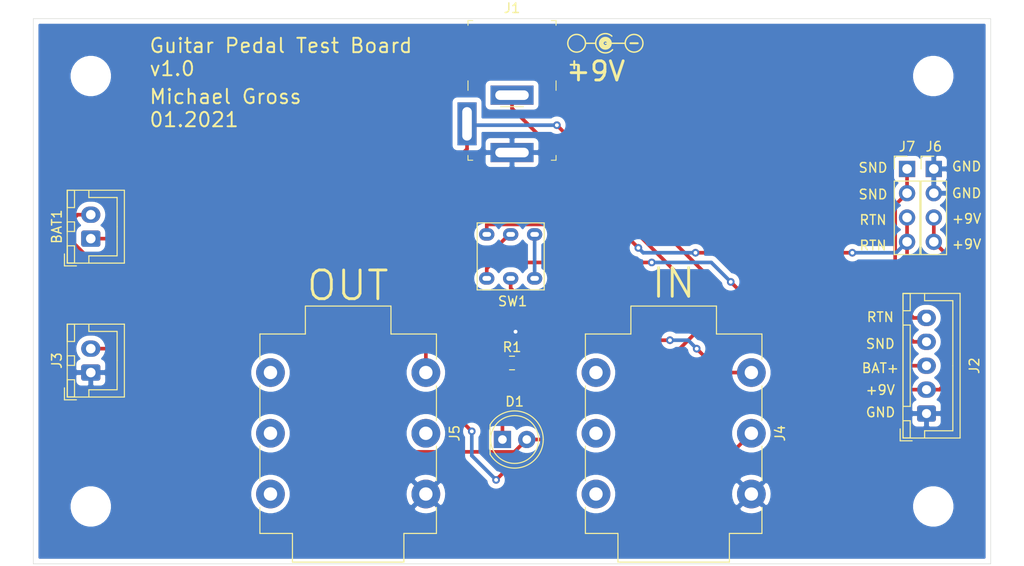
<source format=kicad_pcb>
(kicad_pcb (version 20171130) (host pcbnew "(5.1.5)-3")

  (general
    (thickness 1.6)
    (drawings 24)
    (tracks 98)
    (zones 0)
    (modules 17)
    (nets 18)
  )

  (page A4)
  (layers
    (0 F.Cu signal)
    (31 B.Cu signal)
    (32 B.Adhes user)
    (33 F.Adhes user)
    (34 B.Paste user)
    (35 F.Paste user)
    (36 B.SilkS user)
    (37 F.SilkS user)
    (38 B.Mask user)
    (39 F.Mask user)
    (40 Dwgs.User user)
    (41 Cmts.User user)
    (42 Eco1.User user)
    (43 Eco2.User user)
    (44 Edge.Cuts user)
    (45 Margin user)
    (46 B.CrtYd user)
    (47 F.CrtYd user)
    (48 B.Fab user)
    (49 F.Fab user)
  )

  (setup
    (last_trace_width 0.25)
    (user_trace_width 0.381)
    (trace_clearance 0.2)
    (zone_clearance 0.508)
    (zone_45_only no)
    (trace_min 0.2)
    (via_size 0.8)
    (via_drill 0.4)
    (via_min_size 0.4)
    (via_min_drill 0.3)
    (uvia_size 0.3)
    (uvia_drill 0.1)
    (uvias_allowed no)
    (uvia_min_size 0.2)
    (uvia_min_drill 0.1)
    (edge_width 0.05)
    (segment_width 0.2)
    (pcb_text_width 0.3)
    (pcb_text_size 1.5 1.5)
    (mod_edge_width 0.12)
    (mod_text_size 1 1)
    (mod_text_width 0.15)
    (pad_size 1.524 1.524)
    (pad_drill 0.762)
    (pad_to_mask_clearance 0.051)
    (solder_mask_min_width 0.25)
    (aux_axis_origin 0 0)
    (visible_elements 7FFFFFFF)
    (pcbplotparams
      (layerselection 0x010fc_ffffffff)
      (usegerberextensions false)
      (usegerberattributes false)
      (usegerberadvancedattributes false)
      (creategerberjobfile false)
      (excludeedgelayer true)
      (linewidth 0.100000)
      (plotframeref false)
      (viasonmask false)
      (mode 1)
      (useauxorigin false)
      (hpglpennumber 1)
      (hpglpenspeed 20)
      (hpglpendiameter 15.000000)
      (psnegative false)
      (psa4output false)
      (plotreference true)
      (plotvalue true)
      (plotinvisibletext false)
      (padsonsilk false)
      (subtractmaskfromsilk false)
      (outputformat 1)
      (mirror false)
      (drillshape 0)
      (scaleselection 1)
      (outputdirectory "./Gerber"))
  )

  (net 0 "")
  (net 1 BAT-)
  (net 2 BAT+)
  (net 3 +9V)
  (net 4 GND)
  (net 5 RTN)
  (net 6 SND)
  (net 7 "Net-(D1-Pad1)")
  (net 8 "Net-(J4-PadTN)")
  (net 9 "Net-(J4-PadSN)")
  (net 10 "Net-(J4-PadRN)")
  (net 11 IN)
  (net 12 "Net-(J5-PadTN)")
  (net 13 "Net-(J5-PadSN)")
  (net 14 "Net-(J5-PadRN)")
  (net 15 OUT)
  (net 16 "Net-(J5-PadR)")
  (net 17 "Net-(SW1-Pad3)")

  (net_class Default "This is the default net class."
    (clearance 0.2)
    (trace_width 0.25)
    (via_dia 0.8)
    (via_drill 0.4)
    (uvia_dia 0.3)
    (uvia_drill 0.1)
    (add_net +9V)
    (add_net BAT+)
    (add_net BAT-)
    (add_net GND)
    (add_net IN)
    (add_net "Net-(D1-Pad1)")
    (add_net "Net-(J4-PadRN)")
    (add_net "Net-(J4-PadSN)")
    (add_net "Net-(J4-PadTN)")
    (add_net "Net-(J5-PadR)")
    (add_net "Net-(J5-PadRN)")
    (add_net "Net-(J5-PadSN)")
    (add_net "Net-(J5-PadTN)")
    (add_net "Net-(SW1-Pad3)")
    (add_net OUT)
    (add_net RTN)
    (add_net SND)
  )

  (module Symbol:Symbol_Barrel_Polarity (layer F.Cu) (tedit 5765E9A7) (tstamp 601774D2)
    (at 159.75 95.5)
    (descr "Barrel connector polarity indicator")
    (tags "barrel polarity")
    (attr virtual)
    (fp_text reference REF** (at 0 -2) (layer F.SilkS) hide
      (effects (font (size 1 1) (thickness 0.15)))
    )
    (fp_text value Symbol_Barrel_Polarity (at 0 2) (layer F.Fab)
      (effects (font (size 1 1) (thickness 0.15)))
    )
    (fp_arc (start 0 0.075) (end 0.75 0.75) (angle 270) (layer F.SilkS) (width 0.15))
    (fp_circle (center 0 0.075) (end 0 0.25) (layer F.SilkS) (width 0.5))
    (fp_circle (center 3 0.075) (end 3 1) (layer F.SilkS) (width 0.15))
    (fp_circle (center -3 0.075) (end -3 1) (layer F.SilkS) (width 0.15))
    (fp_line (start -2 0.075) (end -1.1 0.075) (layer F.SilkS) (width 0.15))
    (fp_line (start 0 0.075) (end 2 0.075) (layer F.SilkS) (width 0.15))
  )

  (module digikey-footprints:Barrel_Jack_5.5mmODx2.1mmID_PJ-202A (layer F.Cu) (tedit 601586C9) (tstamp 6004BF7F)
    (at 150 104)
    (path /5F236E6A)
    (fp_text reference J1 (at 0 -12.1) (layer F.SilkS)
      (effects (font (size 1 1) (thickness 0.15)))
    )
    (fp_text value Barrel_Jack_Switch (at 0 5.8) (layer F.Fab)
      (effects (font (size 1 1) (thickness 0.15)))
    )
    (fp_line (start -5.9 4.2) (end 4.8 4.2) (layer F.CrtYd) (width 0.05))
    (fp_line (start 4.8 -11) (end 4.8 4.2) (layer F.CrtYd) (width 0.05))
    (fp_line (start -5.9 -11) (end -5.9 4.2) (layer F.CrtYd) (width 0.05))
    (fp_line (start -5.9 -11) (end 4.8 -11) (layer F.CrtYd) (width 0.05))
    (fp_line (start 4.6 -3.5) (end 4.6 -4.5) (layer F.SilkS) (width 0.1))
    (fp_line (start -4.6 -3.5) (end -4.6 -4.5) (layer F.SilkS) (width 0.1))
    (fp_line (start 4.6 -10.8) (end 4.6 -10.3) (layer F.SilkS) (width 0.1))
    (fp_line (start 4.6 -10.8) (end 4.1 -10.8) (layer F.SilkS) (width 0.1))
    (fp_line (start -4.6 -10.8) (end -4.1 -10.8) (layer F.SilkS) (width 0.1))
    (fp_line (start -4.6 -10.8) (end -4.6 -10.3) (layer F.SilkS) (width 0.1))
    (fp_line (start -1.2 -1.8) (end 1.2 -1.8) (layer F.SilkS) (width 0.1))
    (fp_line (start -4.6 3.8) (end -4.6 3.3) (layer F.SilkS) (width 0.1))
    (fp_line (start -4.6 3.8) (end -4.1 3.8) (layer F.SilkS) (width 0.1))
    (fp_line (start 4.6 3.8) (end 4.6 3.3) (layer F.SilkS) (width 0.1))
    (fp_line (start 4.6 3.8) (end 4.1 3.8) (layer F.SilkS) (width 0.1))
    (fp_line (start -4.5 -10.7) (end 4.5 -10.7) (layer F.Fab) (width 0.1))
    (fp_line (start 4.5 3.7) (end 4.5 -10.7) (layer F.Fab) (width 0.1))
    (fp_line (start -4.5 3.7) (end -4.5 -10.7) (layer F.Fab) (width 0.1))
    (fp_line (start -4.5 3.7) (end 4.5 3.7) (layer F.Fab) (width 0.1))
    (pad 3 thru_hole rect (at -4.7 0) (size 2 4.5) (drill oval 1 3.5) (layers *.Cu *.Mask)
      (net 2 BAT+))
    (pad 1 thru_hole rect (at 0 3) (size 4.5 2) (drill oval 3.5 1) (layers *.Cu *.Mask)
      (net 4 GND))
    (pad 2 thru_hole rect (at 0 -3) (size 4.5 2) (drill oval 3.5 1) (layers *.Cu *.Mask)
      (net 3 +9V))
    (model "C:/Users/gross/OneDrive/Projects/Ressources/User Library-K375A -PCM DC Power Jack 2mm Pin.step"
      (offset (xyz 0 5 0))
      (scale (xyz 1 1 1))
      (rotate (xyz 0 0 0))
    )
  )

  (module "My Components:DPDT Latching Push Switch 7x7" (layer F.Cu) (tedit 600CC747) (tstamp 600D24CF)
    (at 149.86 117.856)
    (path /5F235665)
    (fp_text reference SW1 (at 0.2 4.7) (layer F.SilkS)
      (effects (font (size 1 1) (thickness 0.15)))
    )
    (fp_text value SW_DPDT_x2 (at 0 -4.6) (layer F.Fab)
      (effects (font (size 1 1) (thickness 0.15)))
    )
    (fp_line (start -3.5 -3.5) (end -3.5 3.5) (layer F.SilkS) (width 0.12))
    (fp_line (start 3.5 -3.5) (end -3.5 -3.5) (layer F.SilkS) (width 0.12))
    (fp_line (start 3.5 3.5) (end 3.5 -3.5) (layer F.SilkS) (width 0.12))
    (fp_line (start -3.5 3.5) (end 3.5 3.5) (layer F.SilkS) (width 0.12))
    (pad 6 thru_hole oval (at 2.5 -2.3) (size 1.6 1.3) (drill oval 0.9 0.5) (layers *.Cu *.Mask)
      (net 17 "Net-(SW1-Pad3)"))
    (pad 5 thru_hole oval (at 0 -2.3) (size 1.6 1.3) (drill oval 0.9 0.5) (layers *.Cu *.Mask)
      (net 15 OUT))
    (pad 4 thru_hole oval (at -2.5 -2.3) (size 1.6 1.3) (drill oval 0.9 0.5) (layers *.Cu *.Mask)
      (net 5 RTN))
    (pad 3 thru_hole oval (at 2.5 2.3) (size 1.6 1.3) (drill oval 0.9 0.5) (layers *.Cu *.Mask)
      (net 17 "Net-(SW1-Pad3)"))
    (pad 2 thru_hole oval (at 0 2.3) (size 1.6 1.3) (drill oval 0.9 0.5) (layers *.Cu *.Mask)
      (net 11 IN))
    (pad 1 thru_hole oval (at -2.5 2.3) (size 1.6 1.3) (drill oval 0.9 0.5) (layers *.Cu *.Mask)
      (net 6 SND))
  )

  (module Connector_PinHeader_2.54mm:PinHeader_1x04_P2.54mm_Vertical (layer F.Cu) (tedit 59FED5CC) (tstamp 600D24A1)
    (at 191.262 108.712)
    (descr "Through hole straight pin header, 1x04, 2.54mm pitch, single row")
    (tags "Through hole pin header THT 1x04 2.54mm single row")
    (path /600D51C3)
    (fp_text reference J7 (at 0 -2.33) (layer F.SilkS)
      (effects (font (size 1 1) (thickness 0.15)))
    )
    (fp_text value Conn_01x04_Female (at 0 9.95) (layer F.Fab)
      (effects (font (size 1 1) (thickness 0.15)))
    )
    (fp_text user %R (at 0 3.81 90) (layer F.Fab)
      (effects (font (size 1 1) (thickness 0.15)))
    )
    (fp_line (start 1.8 -1.8) (end -1.8 -1.8) (layer F.CrtYd) (width 0.05))
    (fp_line (start 1.8 9.4) (end 1.8 -1.8) (layer F.CrtYd) (width 0.05))
    (fp_line (start -1.8 9.4) (end 1.8 9.4) (layer F.CrtYd) (width 0.05))
    (fp_line (start -1.8 -1.8) (end -1.8 9.4) (layer F.CrtYd) (width 0.05))
    (fp_line (start -1.33 -1.33) (end 0 -1.33) (layer F.SilkS) (width 0.12))
    (fp_line (start -1.33 0) (end -1.33 -1.33) (layer F.SilkS) (width 0.12))
    (fp_line (start -1.33 1.27) (end 1.33 1.27) (layer F.SilkS) (width 0.12))
    (fp_line (start 1.33 1.27) (end 1.33 8.95) (layer F.SilkS) (width 0.12))
    (fp_line (start -1.33 1.27) (end -1.33 8.95) (layer F.SilkS) (width 0.12))
    (fp_line (start -1.33 8.95) (end 1.33 8.95) (layer F.SilkS) (width 0.12))
    (fp_line (start -1.27 -0.635) (end -0.635 -1.27) (layer F.Fab) (width 0.1))
    (fp_line (start -1.27 8.89) (end -1.27 -0.635) (layer F.Fab) (width 0.1))
    (fp_line (start 1.27 8.89) (end -1.27 8.89) (layer F.Fab) (width 0.1))
    (fp_line (start 1.27 -1.27) (end 1.27 8.89) (layer F.Fab) (width 0.1))
    (fp_line (start -0.635 -1.27) (end 1.27 -1.27) (layer F.Fab) (width 0.1))
    (pad 4 thru_hole oval (at 0 7.62) (size 1.7 1.7) (drill 1) (layers *.Cu *.Mask)
      (net 5 RTN))
    (pad 3 thru_hole oval (at 0 5.08) (size 1.7 1.7) (drill 1) (layers *.Cu *.Mask)
      (net 5 RTN))
    (pad 2 thru_hole oval (at 0 2.54) (size 1.7 1.7) (drill 1) (layers *.Cu *.Mask)
      (net 6 SND))
    (pad 1 thru_hole rect (at 0 0) (size 1.7 1.7) (drill 1) (layers *.Cu *.Mask)
      (net 6 SND))
    (model ${KISYS3DMOD}/Connector_PinHeader_2.54mm.3dshapes/PinHeader_1x04_P2.54mm_Vertical.wrl
      (at (xyz 0 0 0))
      (scale (xyz 1 1 1))
      (rotate (xyz 0 0 0))
    )
  )

  (module Connector_PinHeader_2.54mm:PinHeader_1x04_P2.54mm_Vertical (layer F.Cu) (tedit 59FED5CC) (tstamp 600D2489)
    (at 194.056 108.712)
    (descr "Through hole straight pin header, 1x04, 2.54mm pitch, single row")
    (tags "Through hole pin header THT 1x04 2.54mm single row")
    (path /600D05C3)
    (fp_text reference J6 (at 0 -2.33) (layer F.SilkS)
      (effects (font (size 1 1) (thickness 0.15)))
    )
    (fp_text value Conn_01x04_Female (at 0 9.95) (layer F.Fab)
      (effects (font (size 1 1) (thickness 0.15)))
    )
    (fp_text user %R (at 0 3.81 90) (layer F.Fab)
      (effects (font (size 1 1) (thickness 0.15)))
    )
    (fp_line (start 1.8 -1.8) (end -1.8 -1.8) (layer F.CrtYd) (width 0.05))
    (fp_line (start 1.8 9.4) (end 1.8 -1.8) (layer F.CrtYd) (width 0.05))
    (fp_line (start -1.8 9.4) (end 1.8 9.4) (layer F.CrtYd) (width 0.05))
    (fp_line (start -1.8 -1.8) (end -1.8 9.4) (layer F.CrtYd) (width 0.05))
    (fp_line (start -1.33 -1.33) (end 0 -1.33) (layer F.SilkS) (width 0.12))
    (fp_line (start -1.33 0) (end -1.33 -1.33) (layer F.SilkS) (width 0.12))
    (fp_line (start -1.33 1.27) (end 1.33 1.27) (layer F.SilkS) (width 0.12))
    (fp_line (start 1.33 1.27) (end 1.33 8.95) (layer F.SilkS) (width 0.12))
    (fp_line (start -1.33 1.27) (end -1.33 8.95) (layer F.SilkS) (width 0.12))
    (fp_line (start -1.33 8.95) (end 1.33 8.95) (layer F.SilkS) (width 0.12))
    (fp_line (start -1.27 -0.635) (end -0.635 -1.27) (layer F.Fab) (width 0.1))
    (fp_line (start -1.27 8.89) (end -1.27 -0.635) (layer F.Fab) (width 0.1))
    (fp_line (start 1.27 8.89) (end -1.27 8.89) (layer F.Fab) (width 0.1))
    (fp_line (start 1.27 -1.27) (end 1.27 8.89) (layer F.Fab) (width 0.1))
    (fp_line (start -0.635 -1.27) (end 1.27 -1.27) (layer F.Fab) (width 0.1))
    (pad 4 thru_hole oval (at 0 7.62) (size 1.7 1.7) (drill 1) (layers *.Cu *.Mask)
      (net 3 +9V))
    (pad 3 thru_hole oval (at 0 5.08) (size 1.7 1.7) (drill 1) (layers *.Cu *.Mask)
      (net 3 +9V))
    (pad 2 thru_hole oval (at 0 2.54) (size 1.7 1.7) (drill 1) (layers *.Cu *.Mask)
      (net 4 GND))
    (pad 1 thru_hole rect (at 0 0) (size 1.7 1.7) (drill 1) (layers *.Cu *.Mask)
      (net 4 GND))
    (model ${KISYS3DMOD}/Connector_PinHeader_2.54mm.3dshapes/PinHeader_1x04_P2.54mm_Vertical.wrl
      (at (xyz 0 0 0))
      (scale (xyz 1 1 1))
      (rotate (xyz 0 0 0))
    )
  )

  (module Connector_Audio_add:Jack_6.35mm_Neutrik_NMJ6HCD2_Horizontal (layer F.Cu) (tedit 5FFE4527) (tstamp 60005D3C)
    (at 175 130 270)
    (descr "M Series, 6.35mm (1/4in) stereo jack, switched, with chrome ferrule and straight PCB pins, https://www.neutrik.com/en/product/nmj6hcd2")
    (tags "neutrik jack m")
    (path /6003290B)
    (fp_text reference J4 (at 6.35 -3 90) (layer F.SilkS)
      (effects (font (size 1 1) (thickness 0.15)))
    )
    (fp_text value AudioJack3_Switch (at 6.35 19 90) (layer F.Fab)
      (effects (font (size 1 1) (thickness 0.15)))
    )
    (fp_line (start 16.82 2.295) (end 16.82 -1.105) (layer F.SilkS) (width 0.12))
    (fp_line (start -4.03 3.645) (end -4.03 -1.105) (layer F.SilkS) (width 0.12))
    (fp_line (start -6.95 3.645) (end -4.03 3.645) (layer F.SilkS) (width 0.12))
    (fp_line (start -6.95 12.545) (end -6.95 3.645) (layer F.SilkS) (width 0.12))
    (fp_line (start -6.83 3.765) (end -3.91 3.765) (layer F.Fab) (width 0.1))
    (fp_line (start -6.83 12.465) (end -3.91 12.465) (layer F.Fab) (width 0.1))
    (fp_line (start 19.7 2.415) (end 16.7 2.415) (layer F.Fab) (width 0.1))
    (fp_line (start 19.7 13.815) (end 16.7 13.815) (layer F.Fab) (width 0.1))
    (fp_line (start 19.7 13.815) (end 19.7 2.415) (layer F.Fab) (width 0.1))
    (fp_line (start -3.91 17.215) (end -3.91 -0.985) (layer F.Fab) (width 0.1))
    (fp_line (start -6.83 12.465) (end -6.83 3.765) (layer F.Fab) (width 0.1))
    (fp_line (start 16.7 -0.985) (end -3.91 -0.985) (layer F.Fab) (width 0.1))
    (fp_line (start 16.7 17.215) (end 16.7 -0.985) (layer F.Fab) (width 0.1))
    (fp_line (start 16.7 17.215) (end -3.91 17.215) (layer F.Fab) (width 0.1))
    (fp_line (start -4.03 17.335) (end -4.03 12.585) (layer F.SilkS) (width 0.12))
    (fp_line (start -4.03 -1.105) (end -1.4 -1.105) (layer F.SilkS) (width 0.12))
    (fp_line (start 1.4 -1.105) (end 5 -1.105) (layer F.SilkS) (width 0.12))
    (fp_line (start 7.7 -1.105) (end 11.3 -1.105) (layer F.SilkS) (width 0.12))
    (fp_line (start 11.3 17.335) (end 7.7 17.335) (layer F.SilkS) (width 0.12))
    (fp_line (start 5 17.335) (end 1.4 17.335) (layer F.SilkS) (width 0.12))
    (fp_line (start -1.4 17.335) (end -4.03 17.335) (layer F.SilkS) (width 0.12))
    (fp_line (start 16.82 17.335) (end 14.1 17.335) (layer F.SilkS) (width 0.12))
    (fp_line (start 16.82 -1.105) (end 14.1 -1.105) (layer F.SilkS) (width 0.12))
    (fp_line (start 16.82 17.335) (end 16.82 13.935) (layer F.SilkS) (width 0.12))
    (fp_line (start -6.95 12.585) (end -4.03 12.585) (layer F.SilkS) (width 0.12))
    (fp_line (start 16.82 13.935) (end 19.82 13.935) (layer F.SilkS) (width 0.12))
    (fp_line (start 19.82 13.935) (end 19.82 2.295) (layer F.SilkS) (width 0.12))
    (fp_line (start 16.82 2.295) (end 19.82 2.295) (layer F.SilkS) (width 0.12))
    (fp_line (start -7.33 18.23) (end -7.33 -2) (layer F.CrtYd) (width 0.05))
    (fp_line (start 20.2 -2) (end -7.33 -2) (layer F.CrtYd) (width 0.05))
    (fp_line (start 20.2 18.23) (end 20.2 -2) (layer F.CrtYd) (width 0.05))
    (fp_line (start -7.33 18.23) (end 20.2 18.23) (layer F.CrtYd) (width 0.05))
    (fp_text user %R (at 6.35 8.115 90) (layer F.Fab)
      (effects (font (size 1 1) (thickness 0.15)))
    )
    (pad TN thru_hole circle (at 0 16.23 270) (size 3 3) (drill 1.4) (layers *.Cu *.Mask)
      (net 8 "Net-(J4-PadTN)"))
    (pad SN thru_hole circle (at 12.7 16.23 270) (size 3 3) (drill 1.4) (layers *.Cu *.Mask)
      (net 9 "Net-(J4-PadSN)"))
    (pad RN thru_hole circle (at 6.35 16.23 270) (size 3 3) (drill 1.4) (layers *.Cu *.Mask)
      (net 10 "Net-(J4-PadRN)"))
    (pad T thru_hole circle (at 0 0 270) (size 3 3) (drill 1.4) (layers *.Cu *.Mask)
      (net 11 IN))
    (pad S thru_hole circle (at 12.7 0 270) (size 3 3) (drill 1.4) (layers *.Cu *.Mask)
      (net 4 GND))
    (pad R thru_hole circle (at 6.35 0 270) (size 3 3) (drill 1.4) (layers *.Cu *.Mask)
      (net 1 BAT-))
    (model ${KISYS3DMOD}/Connector_Audio.3dshapes/Jack_6.35mm_Neutrik_NMJ6HCD2_Horizontal.wrl
      (at (xyz 0 0 0))
      (scale (xyz 1 1 1))
      (rotate (xyz 0 0 0))
    )
    (model "C:/Users/gross/OneDrive/Projects/Ressources/42884187/User Library-NMJ6HCD2.STEP"
      (offset (xyz 16.5 -8 8.5))
      (scale (xyz 1 1 1))
      (rotate (xyz -90 0 180))
    )
  )

  (module Symbol:KiCad-Logo2_5mm_Copper (layer F.Cu) (tedit 0) (tstamp 6004C85D)
    (at 125.984 109.728)
    (descr "KiCad Logo")
    (tags "Logo KiCad")
    (attr virtual)
    (fp_text reference REF** (at 0 -5.08) (layer F.SilkS) hide
      (effects (font (size 1 1) (thickness 0.15)))
    )
    (fp_text value KiCad-Logo2_5mm_Copper (at 0 5.08) (layer F.Fab) hide
      (effects (font (size 1 1) (thickness 0.15)))
    )
    (fp_poly (pts (xy 6.228823 2.274533) (xy 6.260202 2.296776) (xy 6.287911 2.324485) (xy 6.287911 2.63392)
      (xy 6.287838 2.725799) (xy 6.287495 2.79784) (xy 6.286692 2.85278) (xy 6.285241 2.89336)
      (xy 6.282952 2.922317) (xy 6.279636 2.942391) (xy 6.275105 2.956321) (xy 6.269169 2.966845)
      (xy 6.264514 2.9731) (xy 6.233783 2.997673) (xy 6.198496 3.000341) (xy 6.166245 2.985271)
      (xy 6.155588 2.976374) (xy 6.148464 2.964557) (xy 6.144167 2.945526) (xy 6.141991 2.914992)
      (xy 6.141228 2.868662) (xy 6.141155 2.832871) (xy 6.141155 2.698045) (xy 5.644444 2.698045)
      (xy 5.644444 2.8207) (xy 5.643931 2.876787) (xy 5.641876 2.915333) (xy 5.637508 2.941361)
      (xy 5.630056 2.959897) (xy 5.621047 2.9731) (xy 5.590144 2.997604) (xy 5.555196 3.000506)
      (xy 5.521738 2.983089) (xy 5.512604 2.973959) (xy 5.506152 2.961855) (xy 5.501897 2.943001)
      (xy 5.499352 2.91362) (xy 5.498029 2.869937) (xy 5.497443 2.808175) (xy 5.497375 2.794)
      (xy 5.496891 2.677631) (xy 5.496641 2.581727) (xy 5.496723 2.504177) (xy 5.497231 2.442869)
      (xy 5.498262 2.39569) (xy 5.499913 2.36053) (xy 5.502279 2.335276) (xy 5.505457 2.317817)
      (xy 5.509544 2.306041) (xy 5.514634 2.297835) (xy 5.520266 2.291645) (xy 5.552128 2.271844)
      (xy 5.585357 2.274533) (xy 5.616735 2.296776) (xy 5.629433 2.311126) (xy 5.637526 2.326978)
      (xy 5.642042 2.349554) (xy 5.644006 2.384078) (xy 5.644444 2.435776) (xy 5.644444 2.551289)
      (xy 6.141155 2.551289) (xy 6.141155 2.432756) (xy 6.141662 2.378148) (xy 6.143698 2.341275)
      (xy 6.148035 2.317307) (xy 6.155447 2.301415) (xy 6.163733 2.291645) (xy 6.195594 2.271844)
      (xy 6.228823 2.274533)) (layer F.Cu) (width 0.01))
    (fp_poly (pts (xy 4.963065 2.269163) (xy 5.041772 2.269542) (xy 5.102863 2.270333) (xy 5.148817 2.27167)
      (xy 5.182114 2.273683) (xy 5.205236 2.276506) (xy 5.220662 2.280269) (xy 5.230871 2.285105)
      (xy 5.235813 2.288822) (xy 5.261457 2.321358) (xy 5.264559 2.355138) (xy 5.248711 2.385826)
      (xy 5.238348 2.398089) (xy 5.227196 2.40645) (xy 5.211035 2.411657) (xy 5.185642 2.414457)
      (xy 5.146798 2.415596) (xy 5.09028 2.415821) (xy 5.07918 2.415822) (xy 4.933244 2.415822)
      (xy 4.933244 2.686756) (xy 4.933148 2.772154) (xy 4.932711 2.837864) (xy 4.931712 2.886774)
      (xy 4.929928 2.921773) (xy 4.927137 2.945749) (xy 4.923117 2.961593) (xy 4.917645 2.972191)
      (xy 4.910666 2.980267) (xy 4.877734 3.000112) (xy 4.843354 2.998548) (xy 4.812176 2.975906)
      (xy 4.809886 2.9731) (xy 4.802429 2.962492) (xy 4.796747 2.950081) (xy 4.792601 2.93285)
      (xy 4.78975 2.907784) (xy 4.787954 2.871867) (xy 4.786972 2.822083) (xy 4.786564 2.755417)
      (xy 4.786489 2.679589) (xy 4.786489 2.415822) (xy 4.647127 2.415822) (xy 4.587322 2.415418)
      (xy 4.545918 2.41384) (xy 4.518748 2.410547) (xy 4.501646 2.404992) (xy 4.490443 2.396631)
      (xy 4.489083 2.395178) (xy 4.472725 2.361939) (xy 4.474172 2.324362) (xy 4.492978 2.291645)
      (xy 4.50025 2.285298) (xy 4.509627 2.280266) (xy 4.523609 2.276396) (xy 4.544696 2.273537)
      (xy 4.575389 2.271535) (xy 4.618189 2.270239) (xy 4.675595 2.269498) (xy 4.75011 2.269158)
      (xy 4.844233 2.269068) (xy 4.86426 2.269067) (xy 4.963065 2.269163)) (layer F.Cu) (width 0.01))
    (fp_poly (pts (xy 4.188614 2.275877) (xy 4.212327 2.290647) (xy 4.238978 2.312227) (xy 4.238978 2.633773)
      (xy 4.238893 2.72783) (xy 4.238529 2.801932) (xy 4.237724 2.858704) (xy 4.236313 2.900768)
      (xy 4.234133 2.930748) (xy 4.231021 2.951267) (xy 4.226814 2.964949) (xy 4.221348 2.974416)
      (xy 4.217472 2.979082) (xy 4.186034 2.999575) (xy 4.150233 2.998739) (xy 4.118873 2.981264)
      (xy 4.092222 2.959684) (xy 4.092222 2.312227) (xy 4.118873 2.290647) (xy 4.144594 2.274949)
      (xy 4.1656 2.269067) (xy 4.188614 2.275877)) (layer F.Cu) (width 0.01))
    (fp_poly (pts (xy 3.744665 2.271034) (xy 3.764255 2.278035) (xy 3.76501 2.278377) (xy 3.791613 2.298678)
      (xy 3.80627 2.319561) (xy 3.809138 2.329352) (xy 3.808996 2.342361) (xy 3.804961 2.360895)
      (xy 3.796146 2.387257) (xy 3.781669 2.423752) (xy 3.760645 2.472687) (xy 3.732188 2.536365)
      (xy 3.695415 2.617093) (xy 3.675175 2.661216) (xy 3.638625 2.739985) (xy 3.604315 2.812423)
      (xy 3.573552 2.87588) (xy 3.547648 2.927708) (xy 3.52791 2.965259) (xy 3.51565 2.985884)
      (xy 3.513224 2.988733) (xy 3.482183 3.001302) (xy 3.447121 2.999619) (xy 3.419 2.984332)
      (xy 3.417854 2.983089) (xy 3.406668 2.966154) (xy 3.387904 2.93317) (xy 3.363875 2.88838)
      (xy 3.336897 2.836032) (xy 3.327201 2.816742) (xy 3.254014 2.67015) (xy 3.17424 2.829393)
      (xy 3.145767 2.884415) (xy 3.11935 2.932132) (xy 3.097148 2.968893) (xy 3.081319 2.991044)
      (xy 3.075954 2.995741) (xy 3.034257 3.002102) (xy 2.999849 2.988733) (xy 2.989728 2.974446)
      (xy 2.972214 2.942692) (xy 2.948735 2.896597) (xy 2.92072 2.839285) (xy 2.889599 2.77388)
      (xy 2.856799 2.703507) (xy 2.82375 2.631291) (xy 2.791881 2.560355) (xy 2.762619 2.493825)
      (xy 2.737395 2.434826) (xy 2.717636 2.386481) (xy 2.704772 2.351915) (xy 2.700231 2.334253)
      (xy 2.700277 2.333613) (xy 2.711326 2.311388) (xy 2.73341 2.288753) (xy 2.73471 2.287768)
      (xy 2.761853 2.272425) (xy 2.786958 2.272574) (xy 2.796368 2.275466) (xy 2.807834 2.281718)
      (xy 2.82001 2.294014) (xy 2.834357 2.314908) (xy 2.852336 2.346949) (xy 2.875407 2.392688)
      (xy 2.90503 2.454677) (xy 2.931745 2.511898) (xy 2.96248 2.578226) (xy 2.990021 2.637874)
      (xy 3.012938 2.687725) (xy 3.029798 2.724664) (xy 3.039173 2.745573) (xy 3.04054 2.748845)
      (xy 3.046689 2.743497) (xy 3.060822 2.721109) (xy 3.081057 2.684946) (xy 3.105515 2.638277)
      (xy 3.115248 2.619022) (xy 3.148217 2.554004) (xy 3.173643 2.506654) (xy 3.193612 2.474219)
      (xy 3.21021 2.453946) (xy 3.225524 2.443082) (xy 3.24164 2.438875) (xy 3.252143 2.4384)
      (xy 3.27067 2.440042) (xy 3.286904 2.446831) (xy 3.303035 2.461566) (xy 3.321251 2.487044)
      (xy 3.343739 2.526061) (xy 3.372689 2.581414) (xy 3.388662 2.612903) (xy 3.41457 2.663087)
      (xy 3.437167 2.704704) (xy 3.454458 2.734242) (xy 3.46445 2.748189) (xy 3.465809 2.74877)
      (xy 3.472261 2.737793) (xy 3.486708 2.70929) (xy 3.507703 2.666244) (xy 3.533797 2.611638)
      (xy 3.563546 2.548454) (xy 3.57818 2.517071) (xy 3.61625 2.436078) (xy 3.646905 2.373756)
      (xy 3.671737 2.328071) (xy 3.692337 2.296989) (xy 3.710298 2.278478) (xy 3.72721 2.270504)
      (xy 3.744665 2.271034)) (layer F.Cu) (width 0.01))
    (fp_poly (pts (xy 1.018309 2.269275) (xy 1.147288 2.273636) (xy 1.256991 2.286861) (xy 1.349226 2.309741)
      (xy 1.425802 2.34307) (xy 1.488527 2.387638) (xy 1.539212 2.444236) (xy 1.579663 2.513658)
      (xy 1.580459 2.515351) (xy 1.604601 2.577483) (xy 1.613203 2.632509) (xy 1.606231 2.687887)
      (xy 1.583654 2.751073) (xy 1.579372 2.760689) (xy 1.550172 2.816966) (xy 1.517356 2.860451)
      (xy 1.475002 2.897417) (xy 1.41719 2.934135) (xy 1.413831 2.936052) (xy 1.363504 2.960227)
      (xy 1.306621 2.978282) (xy 1.239527 2.990839) (xy 1.158565 2.998522) (xy 1.060082 3.001953)
      (xy 1.025286 3.002251) (xy 0.859594 3.002845) (xy 0.836197 2.9731) (xy 0.829257 2.963319)
      (xy 0.823842 2.951897) (xy 0.819765 2.936095) (xy 0.816837 2.913175) (xy 0.814867 2.880396)
      (xy 0.814225 2.856089) (xy 0.970844 2.856089) (xy 1.064726 2.856089) (xy 1.119664 2.854483)
      (xy 1.17606 2.850255) (xy 1.222345 2.844292) (xy 1.225139 2.84379) (xy 1.307348 2.821736)
      (xy 1.371114 2.7886) (xy 1.418452 2.742847) (xy 1.451382 2.682939) (xy 1.457108 2.667061)
      (xy 1.462721 2.642333) (xy 1.460291 2.617902) (xy 1.448467 2.5854) (xy 1.44134 2.569434)
      (xy 1.418 2.527006) (xy 1.38988 2.49724) (xy 1.35894 2.476511) (xy 1.296966 2.449537)
      (xy 1.217651 2.429998) (xy 1.125253 2.418746) (xy 1.058333 2.41627) (xy 0.970844 2.415822)
      (xy 0.970844 2.856089) (xy 0.814225 2.856089) (xy 0.813668 2.835021) (xy 0.81305 2.774311)
      (xy 0.812825 2.695526) (xy 0.8128 2.63392) (xy 0.8128 2.324485) (xy 0.840509 2.296776)
      (xy 0.852806 2.285544) (xy 0.866103 2.277853) (xy 0.884672 2.27304) (xy 0.912786 2.270446)
      (xy 0.954717 2.26941) (xy 1.014737 2.26927) (xy 1.018309 2.269275)) (layer F.Cu) (width 0.01))
    (fp_poly (pts (xy 0.230343 2.26926) (xy 0.306701 2.270174) (xy 0.365217 2.272311) (xy 0.408255 2.276175)
      (xy 0.438183 2.282267) (xy 0.457368 2.29109) (xy 0.468176 2.303146) (xy 0.472973 2.318939)
      (xy 0.474127 2.33897) (xy 0.474133 2.341335) (xy 0.473131 2.363992) (xy 0.468396 2.381503)
      (xy 0.457333 2.394574) (xy 0.437348 2.403913) (xy 0.405846 2.410227) (xy 0.360232 2.414222)
      (xy 0.297913 2.416606) (xy 0.216293 2.418086) (xy 0.191277 2.418414) (xy -0.0508 2.421467)
      (xy -0.054186 2.486378) (xy -0.057571 2.551289) (xy 0.110576 2.551289) (xy 0.176266 2.551531)
      (xy 0.223172 2.552556) (xy 0.255083 2.554811) (xy 0.275791 2.558742) (xy 0.289084 2.564798)
      (xy 0.298755 2.573424) (xy 0.298817 2.573493) (xy 0.316356 2.607112) (xy 0.315722 2.643448)
      (xy 0.297314 2.674423) (xy 0.293671 2.677607) (xy 0.280741 2.685812) (xy 0.263024 2.691521)
      (xy 0.23657 2.695162) (xy 0.197432 2.697167) (xy 0.141662 2.697964) (xy 0.105994 2.698045)
      (xy -0.056445 2.698045) (xy -0.056445 2.856089) (xy 0.190161 2.856089) (xy 0.27158 2.856231)
      (xy 0.33341 2.856814) (xy 0.378637 2.858068) (xy 0.410248 2.860227) (xy 0.431231 2.863523)
      (xy 0.444573 2.868189) (xy 0.453261 2.874457) (xy 0.45545 2.876733) (xy 0.471614 2.90828)
      (xy 0.472797 2.944168) (xy 0.459536 2.975285) (xy 0.449043 2.985271) (xy 0.438129 2.990769)
      (xy 0.421217 2.995022) (xy 0.395633 2.99818) (xy 0.358701 3.000392) (xy 0.307746 3.001806)
      (xy 0.240094 3.002572) (xy 0.153069 3.002838) (xy 0.133394 3.002845) (xy 0.044911 3.002787)
      (xy -0.023773 3.002467) (xy -0.075436 3.001667) (xy -0.112855 3.000167) (xy -0.13881 2.997749)
      (xy -0.156078 2.994194) (xy -0.167438 2.989282) (xy -0.175668 2.982795) (xy -0.180183 2.978138)
      (xy -0.186979 2.969889) (xy -0.192288 2.959669) (xy -0.196294 2.9448) (xy -0.199179 2.922602)
      (xy -0.201126 2.890393) (xy -0.202319 2.845496) (xy -0.202939 2.785228) (xy -0.203171 2.706911)
      (xy -0.2032 2.640994) (xy -0.203129 2.548628) (xy -0.202792 2.476117) (xy -0.202002 2.420737)
      (xy -0.200574 2.379765) (xy -0.198321 2.350478) (xy -0.195057 2.330153) (xy -0.190596 2.316066)
      (xy -0.184752 2.305495) (xy -0.179803 2.298811) (xy -0.156406 2.269067) (xy 0.133774 2.269067)
      (xy 0.230343 2.26926)) (layer F.Cu) (width 0.01))
    (fp_poly (pts (xy -1.300114 2.273448) (xy -1.276548 2.287273) (xy -1.245735 2.309881) (xy -1.206078 2.342338)
      (xy -1.15598 2.385708) (xy -1.093843 2.441058) (xy -1.018072 2.509451) (xy -0.931334 2.588084)
      (xy -0.750711 2.751878) (xy -0.745067 2.532029) (xy -0.743029 2.456351) (xy -0.741063 2.399994)
      (xy -0.738734 2.359706) (xy -0.735606 2.332235) (xy -0.731245 2.314329) (xy -0.725216 2.302737)
      (xy -0.717084 2.294208) (xy -0.712772 2.290623) (xy -0.678241 2.27167) (xy -0.645383 2.274441)
      (xy -0.619318 2.290633) (xy -0.592667 2.312199) (xy -0.589352 2.627151) (xy -0.588435 2.719779)
      (xy -0.587968 2.792544) (xy -0.588113 2.848161) (xy -0.589032 2.889342) (xy -0.590887 2.918803)
      (xy -0.593839 2.939255) (xy -0.59805 2.953413) (xy -0.603682 2.963991) (xy -0.609927 2.972474)
      (xy -0.623439 2.988207) (xy -0.636883 2.998636) (xy -0.652124 3.002639) (xy -0.671026 2.999094)
      (xy -0.695455 2.986879) (xy -0.727273 2.964871) (xy -0.768348 2.931949) (xy -0.820542 2.886991)
      (xy -0.885722 2.828875) (xy -0.959556 2.762099) (xy -1.224845 2.521458) (xy -1.230489 2.740589)
      (xy -1.232531 2.816128) (xy -1.234502 2.872354) (xy -1.236839 2.912524) (xy -1.239981 2.939896)
      (xy -1.244364 2.957728) (xy -1.250424 2.969279) (xy -1.2586 2.977807) (xy -1.262784 2.981282)
      (xy -1.299765 3.000372) (xy -1.334708 2.997493) (xy -1.365136 2.9731) (xy -1.372097 2.963286)
      (xy -1.377523 2.951826) (xy -1.381603 2.935968) (xy -1.384529 2.912963) (xy -1.386492 2.880062)
      (xy -1.387683 2.834516) (xy -1.388292 2.773573) (xy -1.388511 2.694486) (xy -1.388534 2.635956)
      (xy -1.38846 2.544407) (xy -1.388113 2.472687) (xy -1.387301 2.418045) (xy -1.385833 2.377732)
      (xy -1.383519 2.348998) (xy -1.380167 2.329093) (xy -1.375588 2.315268) (xy -1.369589 2.304772)
      (xy -1.365136 2.298811) (xy -1.35385 2.284691) (xy -1.343301 2.274029) (xy -1.331893 2.267892)
      (xy -1.31803 2.267343) (xy -1.300114 2.273448)) (layer F.Cu) (width 0.01))
    (fp_poly (pts (xy -1.950081 2.274599) (xy -1.881565 2.286095) (xy -1.828943 2.303967) (xy -1.794708 2.327499)
      (xy -1.785379 2.340924) (xy -1.775893 2.372148) (xy -1.782277 2.400395) (xy -1.80243 2.427182)
      (xy -1.833745 2.439713) (xy -1.879183 2.438696) (xy -1.914326 2.431906) (xy -1.992419 2.418971)
      (xy -2.072226 2.417742) (xy -2.161555 2.428241) (xy -2.186229 2.43269) (xy -2.269291 2.456108)
      (xy -2.334273 2.490945) (xy -2.380461 2.536604) (xy -2.407145 2.592494) (xy -2.412663 2.621388)
      (xy -2.409051 2.680012) (xy -2.385729 2.731879) (xy -2.344824 2.775978) (xy -2.288459 2.811299)
      (xy -2.21876 2.836829) (xy -2.137852 2.851559) (xy -2.04786 2.854478) (xy -1.95091 2.844575)
      (xy -1.945436 2.843641) (xy -1.906875 2.836459) (xy -1.885494 2.829521) (xy -1.876227 2.819227)
      (xy -1.874006 2.801976) (xy -1.873956 2.792841) (xy -1.873956 2.754489) (xy -1.942431 2.754489)
      (xy -2.0029 2.750347) (xy -2.044165 2.737147) (xy -2.068175 2.71373) (xy -2.076877 2.678936)
      (xy -2.076983 2.674394) (xy -2.071892 2.644654) (xy -2.054433 2.623419) (xy -2.021939 2.609366)
      (xy -1.971743 2.601173) (xy -1.923123 2.598161) (xy -1.852456 2.596433) (xy -1.801198 2.59907)
      (xy -1.766239 2.6088) (xy -1.74447 2.628353) (xy -1.73278 2.660456) (xy -1.72806 2.707838)
      (xy -1.7272 2.770071) (xy -1.728609 2.839535) (xy -1.732848 2.886786) (xy -1.739936 2.912012)
      (xy -1.741311 2.913988) (xy -1.780228 2.945508) (xy -1.837286 2.97047) (xy -1.908869 2.98834)
      (xy -1.991358 2.998586) (xy -2.081139 3.000673) (xy -2.174592 2.994068) (xy -2.229556 2.985956)
      (xy -2.315766 2.961554) (xy -2.395892 2.921662) (xy -2.462977 2.869887) (xy -2.473173 2.859539)
      (xy -2.506302 2.816035) (xy -2.536194 2.762118) (xy -2.559357 2.705592) (xy -2.572298 2.654259)
      (xy -2.573858 2.634544) (xy -2.567218 2.593419) (xy -2.549568 2.542252) (xy -2.524297 2.488394)
      (xy -2.494789 2.439195) (xy -2.468719 2.406334) (xy -2.407765 2.357452) (xy -2.328969 2.318545)
      (xy -2.235157 2.290494) (xy -2.12915 2.274179) (xy -2.032 2.270192) (xy -1.950081 2.274599)) (layer F.Cu) (width 0.01))
    (fp_poly (pts (xy -2.923822 2.291645) (xy -2.917242 2.299218) (xy -2.912079 2.308987) (xy -2.908164 2.323571)
      (xy -2.905324 2.345585) (xy -2.903387 2.377648) (xy -2.902183 2.422375) (xy -2.901539 2.482385)
      (xy -2.901284 2.560294) (xy -2.901245 2.635956) (xy -2.901314 2.729802) (xy -2.901638 2.803689)
      (xy -2.902386 2.860232) (xy -2.903732 2.902049) (xy -2.905846 2.931757) (xy -2.9089 2.951973)
      (xy -2.913066 2.965314) (xy -2.918516 2.974398) (xy -2.923822 2.980267) (xy -2.956826 2.999947)
      (xy -2.991991 2.998181) (xy -3.023455 2.976717) (xy -3.030684 2.968337) (xy -3.036334 2.958614)
      (xy -3.040599 2.944861) (xy -3.043673 2.924389) (xy -3.045752 2.894512) (xy -3.04703 2.852541)
      (xy -3.047701 2.795789) (xy -3.047959 2.721567) (xy -3.048 2.637537) (xy -3.048 2.324485)
      (xy -3.020291 2.296776) (xy -2.986137 2.273463) (xy -2.953006 2.272623) (xy -2.923822 2.291645)) (layer F.Cu) (width 0.01))
    (fp_poly (pts (xy -3.691703 2.270351) (xy -3.616888 2.275581) (xy -3.547306 2.28375) (xy -3.487002 2.29455)
      (xy -3.44002 2.307673) (xy -3.410406 2.322813) (xy -3.40586 2.327269) (xy -3.390054 2.36185)
      (xy -3.394847 2.397351) (xy -3.419364 2.427725) (xy -3.420534 2.428596) (xy -3.434954 2.437954)
      (xy -3.450008 2.442876) (xy -3.471005 2.443473) (xy -3.503257 2.439861) (xy -3.552073 2.432154)
      (xy -3.556 2.431505) (xy -3.628739 2.422569) (xy -3.707217 2.418161) (xy -3.785927 2.418119)
      (xy -3.859361 2.422279) (xy -3.922011 2.430479) (xy -3.96837 2.442557) (xy -3.971416 2.443771)
      (xy -4.005048 2.462615) (xy -4.016864 2.481685) (xy -4.007614 2.500439) (xy -3.978047 2.518337)
      (xy -3.928911 2.534837) (xy -3.860957 2.549396) (xy -3.815645 2.556406) (xy -3.721456 2.569889)
      (xy -3.646544 2.582214) (xy -3.587717 2.594449) (xy -3.541785 2.607661) (xy -3.505555 2.622917)
      (xy -3.475838 2.641285) (xy -3.449442 2.663831) (xy -3.42823 2.685971) (xy -3.403065 2.716819)
      (xy -3.390681 2.743345) (xy -3.386808 2.776026) (xy -3.386667 2.787995) (xy -3.389576 2.827712)
      (xy -3.401202 2.857259) (xy -3.421323 2.883486) (xy -3.462216 2.923576) (xy -3.507817 2.954149)
      (xy -3.561513 2.976203) (xy -3.626692 2.990735) (xy -3.706744 2.998741) (xy -3.805057 3.001218)
      (xy -3.821289 3.001177) (xy -3.886849 2.999818) (xy -3.951866 2.99673) (xy -4.009252 2.992356)
      (xy -4.051922 2.98714) (xy -4.055372 2.986541) (xy -4.097796 2.976491) (xy -4.13378 2.963796)
      (xy -4.15415 2.95219) (xy -4.173107 2.921572) (xy -4.174427 2.885918) (xy -4.158085 2.854144)
      (xy -4.154429 2.850551) (xy -4.139315 2.839876) (xy -4.120415 2.835276) (xy -4.091162 2.836059)
      (xy -4.055651 2.840127) (xy -4.01597 2.843762) (xy -3.960345 2.846828) (xy -3.895406 2.849053)
      (xy -3.827785 2.850164) (xy -3.81 2.850237) (xy -3.742128 2.849964) (xy -3.692454 2.848646)
      (xy -3.65661 2.845827) (xy -3.630224 2.84105) (xy -3.608926 2.833857) (xy -3.596126 2.827867)
      (xy -3.568 2.811233) (xy -3.550068 2.796168) (xy -3.547447 2.791897) (xy -3.552976 2.774263)
      (xy -3.57926 2.757192) (xy -3.624478 2.741458) (xy -3.686808 2.727838) (xy -3.705171 2.724804)
      (xy -3.80109 2.709738) (xy -3.877641 2.697146) (xy -3.93778 2.686111) (xy -3.98446 2.67572)
      (xy -4.020637 2.665056) (xy -4.049265 2.653205) (xy -4.073298 2.639251) (xy -4.095692 2.622281)
      (xy -4.119402 2.601378) (xy -4.12738 2.594049) (xy -4.155353 2.566699) (xy -4.17016 2.545029)
      (xy -4.175952 2.520232) (xy -4.176889 2.488983) (xy -4.166575 2.427705) (xy -4.135752 2.37564)
      (xy -4.084595 2.332958) (xy -4.013283 2.299825) (xy -3.9624 2.284964) (xy -3.9071 2.275366)
      (xy -3.840853 2.269936) (xy -3.767706 2.268367) (xy -3.691703 2.270351)) (layer F.Cu) (width 0.01))
    (fp_poly (pts (xy -4.712794 2.269146) (xy -4.643386 2.269518) (xy -4.590997 2.270385) (xy -4.552847 2.271946)
      (xy -4.526159 2.274403) (xy -4.508153 2.277957) (xy -4.496049 2.28281) (xy -4.487069 2.289161)
      (xy -4.483818 2.292084) (xy -4.464043 2.323142) (xy -4.460482 2.358828) (xy -4.473491 2.39051)
      (xy -4.479506 2.396913) (xy -4.489235 2.403121) (xy -4.504901 2.40791) (xy -4.529408 2.411514)
      (xy -4.565661 2.414164) (xy -4.616565 2.416095) (xy -4.685026 2.417539) (xy -4.747617 2.418418)
      (xy -4.995334 2.421467) (xy -4.998719 2.486378) (xy -5.002105 2.551289) (xy -4.833958 2.551289)
      (xy -4.760959 2.551919) (xy -4.707517 2.554553) (xy -4.670628 2.560309) (xy -4.647288 2.570304)
      (xy -4.634494 2.585656) (xy -4.629242 2.607482) (xy -4.628445 2.627738) (xy -4.630923 2.652592)
      (xy -4.640277 2.670906) (xy -4.659383 2.683637) (xy -4.691118 2.691741) (xy -4.738359 2.696176)
      (xy -4.803983 2.697899) (xy -4.839801 2.698045) (xy -5.000978 2.698045) (xy -5.000978 2.856089)
      (xy -4.752622 2.856089) (xy -4.671213 2.856202) (xy -4.609342 2.856712) (xy -4.563968 2.85787)
      (xy -4.532054 2.85993) (xy -4.510559 2.863146) (xy -4.496443 2.867772) (xy -4.486668 2.874059)
      (xy -4.481689 2.878667) (xy -4.46461 2.90556) (xy -4.459111 2.929467) (xy -4.466963 2.958667)
      (xy -4.481689 2.980267) (xy -4.489546 2.987066) (xy -4.499688 2.992346) (xy -4.514844 2.996298)
      (xy -4.537741 2.999113) (xy -4.571109 3.000982) (xy -4.617675 3.002098) (xy -4.680167 3.002651)
      (xy -4.761314 3.002833) (xy -4.803422 3.002845) (xy -4.893598 3.002765) (xy -4.963924 3.002398)
      (xy -5.017129 3.001552) (xy -5.05594 3.000036) (xy -5.083087 2.997659) (xy -5.101298 2.994229)
      (xy -5.1133 2.989554) (xy -5.121822 2.983444) (xy -5.125156 2.980267) (xy -5.131755 2.97267)
      (xy -5.136927 2.96287) (xy -5.140846 2.948239) (xy -5.143684 2.926152) (xy -5.145615 2.893982)
      (xy -5.146812 2.849103) (xy -5.147448 2.788889) (xy -5.147697 2.710713) (xy -5.147734 2.637923)
      (xy -5.1477 2.544707) (xy -5.147465 2.471431) (xy -5.14683 2.415458) (xy -5.145594 2.374151)
      (xy -5.143556 2.344872) (xy -5.140517 2.324984) (xy -5.136277 2.31185) (xy -5.130635 2.302832)
      (xy -5.123391 2.295293) (xy -5.121606 2.293612) (xy -5.112945 2.286172) (xy -5.102882 2.280409)
      (xy -5.088625 2.276112) (xy -5.067383 2.273064) (xy -5.036364 2.271051) (xy -4.992777 2.26986)
      (xy -4.933831 2.269275) (xy -4.856734 2.269083) (xy -4.802001 2.269067) (xy -4.712794 2.269146)) (layer F.Cu) (width 0.01))
    (fp_poly (pts (xy -6.121371 2.269066) (xy -6.081889 2.269467) (xy -5.9662 2.272259) (xy -5.869311 2.28055)
      (xy -5.787919 2.295232) (xy -5.718723 2.317193) (xy -5.65842 2.347322) (xy -5.603708 2.38651)
      (xy -5.584167 2.403532) (xy -5.55175 2.443363) (xy -5.52252 2.497413) (xy -5.499991 2.557323)
      (xy -5.487679 2.614739) (xy -5.4864 2.635956) (xy -5.494417 2.694769) (xy -5.515899 2.759013)
      (xy -5.546999 2.819821) (xy -5.583866 2.86833) (xy -5.589854 2.874182) (xy -5.640579 2.915321)
      (xy -5.696125 2.947435) (xy -5.759696 2.971365) (xy -5.834494 2.987953) (xy -5.923722 2.998041)
      (xy -6.030582 3.002469) (xy -6.079528 3.002845) (xy -6.141762 3.002545) (xy -6.185528 3.001292)
      (xy -6.214931 2.998554) (xy -6.234079 2.993801) (xy -6.247077 2.986501) (xy -6.254045 2.980267)
      (xy -6.260626 2.972694) (xy -6.265788 2.962924) (xy -6.269703 2.94834) (xy -6.272543 2.926326)
      (xy -6.27448 2.894264) (xy -6.275684 2.849536) (xy -6.276328 2.789526) (xy -6.276583 2.711617)
      (xy -6.276622 2.635956) (xy -6.27687 2.535041) (xy -6.276817 2.454427) (xy -6.275857 2.415822)
      (xy -6.129867 2.415822) (xy -6.129867 2.856089) (xy -6.036734 2.856004) (xy -5.980693 2.854396)
      (xy -5.921999 2.850256) (xy -5.873028 2.844464) (xy -5.871538 2.844226) (xy -5.792392 2.82509)
      (xy -5.731002 2.795287) (xy -5.684305 2.752878) (xy -5.654635 2.706961) (xy -5.636353 2.656026)
      (xy -5.637771 2.6082) (xy -5.658988 2.556933) (xy -5.700489 2.503899) (xy -5.757998 2.4646)
      (xy -5.83275 2.438331) (xy -5.882708 2.429035) (xy -5.939416 2.422507) (xy -5.999519 2.417782)
      (xy -6.050639 2.415817) (xy -6.053667 2.415808) (xy -6.129867 2.415822) (xy -6.275857 2.415822)
      (xy -6.27526 2.391851) (xy -6.270998 2.345055) (xy -6.26283 2.311778) (xy -6.249556 2.289759)
      (xy -6.229974 2.276739) (xy -6.202883 2.270457) (xy -6.167082 2.268653) (xy -6.121371 2.269066)) (layer F.Cu) (width 0.01))
    (fp_poly (pts (xy -2.273043 -2.973429) (xy -2.176768 -2.949191) (xy -2.090184 -2.906359) (xy -2.015373 -2.846581)
      (xy -1.954418 -2.771506) (xy -1.909399 -2.68278) (xy -1.883136 -2.58647) (xy -1.877286 -2.489205)
      (xy -1.89214 -2.395346) (xy -1.92584 -2.307489) (xy -1.976528 -2.22823) (xy -2.042345 -2.160164)
      (xy -2.121434 -2.105888) (xy -2.211934 -2.067998) (xy -2.2632 -2.055574) (xy -2.307698 -2.048053)
      (xy -2.341999 -2.045081) (xy -2.37496 -2.046906) (xy -2.415434 -2.053775) (xy -2.448531 -2.06075)
      (xy -2.541947 -2.092259) (xy -2.625619 -2.143383) (xy -2.697665 -2.212571) (xy -2.7562 -2.298272)
      (xy -2.770148 -2.325511) (xy -2.786586 -2.361878) (xy -2.796894 -2.392418) (xy -2.80246 -2.42455)
      (xy -2.804669 -2.465693) (xy -2.804948 -2.511778) (xy -2.800861 -2.596135) (xy -2.787446 -2.665414)
      (xy -2.762256 -2.726039) (xy -2.722846 -2.784433) (xy -2.684298 -2.828698) (xy -2.612406 -2.894516)
      (xy -2.537313 -2.939947) (xy -2.454562 -2.96715) (xy -2.376928 -2.977424) (xy -2.273043 -2.973429)) (layer F.Cu) (width 0.01))
    (fp_poly (pts (xy 6.186507 -0.527755) (xy 6.186526 -0.293338) (xy 6.186552 -0.080397) (xy 6.186625 0.112168)
      (xy 6.186782 0.285459) (xy 6.187064 0.440576) (xy 6.187509 0.57862) (xy 6.188156 0.700692)
      (xy 6.189045 0.807894) (xy 6.190213 0.901326) (xy 6.191701 0.98209) (xy 6.193546 1.051286)
      (xy 6.195789 1.110015) (xy 6.198469 1.159379) (xy 6.201623 1.200478) (xy 6.205292 1.234413)
      (xy 6.209513 1.262286) (xy 6.214327 1.285198) (xy 6.219773 1.304249) (xy 6.225888 1.32054)
      (xy 6.232712 1.335173) (xy 6.240285 1.349249) (xy 6.248645 1.363868) (xy 6.253839 1.372974)
      (xy 6.288104 1.433689) (xy 5.429955 1.433689) (xy 5.429955 1.337733) (xy 5.429224 1.29437)
      (xy 5.427272 1.261205) (xy 5.424463 1.243424) (xy 5.423221 1.241778) (xy 5.411799 1.248662)
      (xy 5.389084 1.266505) (xy 5.366385 1.285879) (xy 5.3118 1.326614) (xy 5.242321 1.367617)
      (xy 5.16527 1.405123) (xy 5.087965 1.435364) (xy 5.057113 1.445012) (xy 4.988616 1.459578)
      (xy 4.905764 1.469539) (xy 4.816371 1.474583) (xy 4.728248 1.474396) (xy 4.649207 1.468666)
      (xy 4.611511 1.462858) (xy 4.473414 1.424797) (xy 4.346113 1.367073) (xy 4.230292 1.290211)
      (xy 4.126637 1.194739) (xy 4.035833 1.081179) (xy 3.969031 0.970381) (xy 3.914164 0.853625)
      (xy 3.872163 0.734276) (xy 3.842167 0.608283) (xy 3.823311 0.471594) (xy 3.814732 0.320158)
      (xy 3.814006 0.242711) (xy 3.8161 0.185934) (xy 4.645217 0.185934) (xy 4.645424 0.279002)
      (xy 4.648337 0.366692) (xy 4.654 0.443772) (xy 4.662455 0.505009) (xy 4.665038 0.51735)
      (xy 4.69684 0.624633) (xy 4.738498 0.711658) (xy 4.790363 0.778642) (xy 4.852781 0.825805)
      (xy 4.9261 0.853365) (xy 5.010669 0.861541) (xy 5.106835 0.850551) (xy 5.170311 0.834829)
      (xy 5.219454 0.816639) (xy 5.273583 0.790791) (xy 5.314244 0.767089) (xy 5.3848 0.720721)
      (xy 5.3848 -0.42947) (xy 5.317392 -0.473038) (xy 5.238867 -0.51396) (xy 5.154681 -0.540611)
      (xy 5.069557 -0.552535) (xy 4.988216 -0.549278) (xy 4.91538 -0.530385) (xy 4.883426 -0.514816)
      (xy 4.825501 -0.471819) (xy 4.776544 -0.415047) (xy 4.73539 -0.342425) (xy 4.700874 -0.251879)
      (xy 4.671833 -0.141334) (xy 4.670552 -0.135467) (xy 4.660381 -0.073212) (xy 4.652739 0.004594)
      (xy 4.64767 0.09272) (xy 4.645217 0.185934) (xy 3.8161 0.185934) (xy 3.821857 0.029895)
      (xy 3.843802 -0.165941) (xy 3.879786 -0.344668) (xy 3.929759 -0.506155) (xy 3.993668 -0.650274)
      (xy 4.071462 -0.776894) (xy 4.163089 -0.885885) (xy 4.268497 -0.977117) (xy 4.313662 -1.008068)
      (xy 4.414611 -1.064215) (xy 4.517901 -1.103826) (xy 4.627989 -1.127986) (xy 4.74933 -1.137781)
      (xy 4.841836 -1.136735) (xy 4.97149 -1.125769) (xy 5.084084 -1.103954) (xy 5.182875 -1.070286)
      (xy 5.271121 -1.023764) (xy 5.319986 -0.989552) (xy 5.349353 -0.967638) (xy 5.371043 -0.952667)
      (xy 5.379253 -0.948267) (xy 5.380868 -0.959096) (xy 5.382159 -0.989749) (xy 5.383138 -1.037474)
      (xy 5.383817 -1.099521) (xy 5.38421 -1.173138) (xy 5.38433 -1.255573) (xy 5.384188 -1.344075)
      (xy 5.383797 -1.435893) (xy 5.383171 -1.528276) (xy 5.38232 -1.618472) (xy 5.38126 -1.703729)
      (xy 5.380001 -1.781297) (xy 5.378556 -1.848424) (xy 5.376938 -1.902359) (xy 5.375161 -1.94035)
      (xy 5.374669 -1.947333) (xy 5.367092 -2.017749) (xy 5.355531 -2.072898) (xy 5.337792 -2.120019)
      (xy 5.311682 -2.166353) (xy 5.305415 -2.175933) (xy 5.280983 -2.212622) (xy 6.186311 -2.212622)
      (xy 6.186507 -0.527755)) (layer F.Cu) (width 0.01))
    (fp_poly (pts (xy 2.673574 -1.133448) (xy 2.825492 -1.113433) (xy 2.960756 -1.079798) (xy 3.080239 -1.032275)
      (xy 3.184815 -0.970595) (xy 3.262424 -0.907035) (xy 3.331265 -0.832901) (xy 3.385006 -0.753129)
      (xy 3.42791 -0.660909) (xy 3.443384 -0.617839) (xy 3.456244 -0.578858) (xy 3.467446 -0.542711)
      (xy 3.47712 -0.507566) (xy 3.485396 -0.47159) (xy 3.492403 -0.43295) (xy 3.498272 -0.389815)
      (xy 3.503131 -0.340351) (xy 3.50711 -0.282727) (xy 3.51034 -0.215109) (xy 3.512949 -0.135666)
      (xy 3.515067 -0.042564) (xy 3.516824 0.066027) (xy 3.518349 0.191942) (xy 3.519772 0.337012)
      (xy 3.521025 0.479778) (xy 3.522351 0.635968) (xy 3.523556 0.771239) (xy 3.524766 0.887246)
      (xy 3.526106 0.985645) (xy 3.5277 1.068093) (xy 3.529675 1.136246) (xy 3.532156 1.19176)
      (xy 3.535269 1.236292) (xy 3.539138 1.271498) (xy 3.543889 1.299034) (xy 3.549648 1.320556)
      (xy 3.556539 1.337722) (xy 3.564689 1.352186) (xy 3.574223 1.365606) (xy 3.585266 1.379638)
      (xy 3.589566 1.385071) (xy 3.605386 1.40791) (xy 3.612422 1.423463) (xy 3.612444 1.423922)
      (xy 3.601567 1.426121) (xy 3.570582 1.428147) (xy 3.521957 1.429942) (xy 3.458163 1.431451)
      (xy 3.381669 1.432616) (xy 3.294944 1.43338) (xy 3.200457 1.433686) (xy 3.18955 1.433689)
      (xy 2.766657 1.433689) (xy 2.763395 1.337622) (xy 2.760133 1.241556) (xy 2.698044 1.292543)
      (xy 2.600714 1.360057) (xy 2.490813 1.414749) (xy 2.404349 1.444978) (xy 2.335278 1.459666)
      (xy 2.251925 1.469659) (xy 2.162159 1.474646) (xy 2.073845 1.474313) (xy 1.994851 1.468351)
      (xy 1.958622 1.462638) (xy 1.818603 1.424776) (xy 1.692178 1.369932) (xy 1.58026 1.298924)
      (xy 1.483762 1.212568) (xy 1.4036 1.111679) (xy 1.340687 0.997076) (xy 1.296312 0.870984)
      (xy 1.283978 0.814401) (xy 1.276368 0.752202) (xy 1.272739 0.677363) (xy 1.272245 0.643467)
      (xy 1.27231 0.640282) (xy 2.032248 0.640282) (xy 2.041541 0.715333) (xy 2.069728 0.77916)
      (xy 2.118197 0.834798) (xy 2.123254 0.839211) (xy 2.171548 0.874037) (xy 2.223257 0.89662)
      (xy 2.283989 0.90854) (xy 2.359352 0.911383) (xy 2.377459 0.910978) (xy 2.431278 0.908325)
      (xy 2.471308 0.902909) (xy 2.506324 0.892745) (xy 2.545103 0.87585) (xy 2.555745 0.870672)
      (xy 2.616396 0.834844) (xy 2.663215 0.792212) (xy 2.675952 0.776973) (xy 2.720622 0.720462)
      (xy 2.720622 0.524586) (xy 2.720086 0.445939) (xy 2.718396 0.387988) (xy 2.715428 0.348875)
      (xy 2.711057 0.326741) (xy 2.706972 0.320274) (xy 2.691047 0.317111) (xy 2.657264 0.314488)
      (xy 2.61034 0.312655) (xy 2.554993 0.311857) (xy 2.546106 0.311842) (xy 2.42533 0.317096)
      (xy 2.32266 0.333263) (xy 2.236106 0.360961) (xy 2.163681 0.400808) (xy 2.108751 0.447758)
      (xy 2.064204 0.505645) (xy 2.03948 0.568693) (xy 2.032248 0.640282) (xy 1.27231 0.640282)
      (xy 1.274178 0.549712) (xy 1.282522 0.470812) (xy 1.298768 0.39959) (xy 1.324405 0.328864)
      (xy 1.348401 0.276493) (xy 1.40702 0.181196) (xy 1.485117 0.09317) (xy 1.580315 0.014017)
      (xy 1.690238 -0.05466) (xy 1.81251 -0.111259) (xy 1.944755 -0.154179) (xy 2.009422 -0.169118)
      (xy 2.145604 -0.191223) (xy 2.294049 -0.205806) (xy 2.445505 -0.212187) (xy 2.572064 -0.210555)
      (xy 2.73395 -0.203776) (xy 2.72653 -0.262755) (xy 2.707238 -0.361908) (xy 2.676104 -0.442628)
      (xy 2.632269 -0.505534) (xy 2.574871 -0.551244) (xy 2.503048 -0.580378) (xy 2.415941 -0.593553)
      (xy 2.312686 -0.591389) (xy 2.274711 -0.587388) (xy 2.13352 -0.56222) (xy 1.996707 -0.521186)
      (xy 1.902178 -0.483185) (xy 1.857018 -0.46381) (xy 1.818585 -0.44824) (xy 1.792234 -0.438595)
      (xy 1.784546 -0.436548) (xy 1.774802 -0.445626) (xy 1.758083 -0.474595) (xy 1.734232 -0.523783)
      (xy 1.703093 -0.593516) (xy 1.664507 -0.684121) (xy 1.65791 -0.699911) (xy 1.627853 -0.772228)
      (xy 1.600874 -0.837575) (xy 1.578136 -0.893094) (xy 1.560806 -0.935928) (xy 1.550048 -0.963219)
      (xy 1.546941 -0.972058) (xy 1.55694 -0.976813) (xy 1.583217 -0.98209) (xy 1.611489 -0.985769)
      (xy 1.641646 -0.990526) (xy 1.689433 -0.999972) (xy 1.750612 -1.01318) (xy 1.820946 -1.029224)
      (xy 1.896194 -1.04718) (xy 1.924755 -1.054203) (xy 2.029816 -1.079791) (xy 2.11748 -1.099853)
      (xy 2.192068 -1.115031) (xy 2.257903 -1.125965) (xy 2.319307 -1.133296) (xy 2.380602 -1.137665)
      (xy 2.44611 -1.139713) (xy 2.504128 -1.140111) (xy 2.673574 -1.133448)) (layer F.Cu) (width 0.01))
    (fp_poly (pts (xy 0.328429 -2.050929) (xy 0.48857 -2.029755) (xy 0.65251 -1.989615) (xy 0.822313 -1.930111)
      (xy 1.000043 -1.850846) (xy 1.01131 -1.845301) (xy 1.069005 -1.817275) (xy 1.120552 -1.793198)
      (xy 1.162191 -1.774751) (xy 1.190162 -1.763614) (xy 1.199733 -1.761067) (xy 1.21895 -1.756059)
      (xy 1.223561 -1.751853) (xy 1.218458 -1.74142) (xy 1.202418 -1.715132) (xy 1.177288 -1.675743)
      (xy 1.144914 -1.626009) (xy 1.107143 -1.568685) (xy 1.065822 -1.506524) (xy 1.022798 -1.442282)
      (xy 0.979917 -1.378715) (xy 0.939026 -1.318575) (xy 0.901971 -1.26462) (xy 0.8706 -1.219603)
      (xy 0.846759 -1.186279) (xy 0.832294 -1.167403) (xy 0.830309 -1.165213) (xy 0.820191 -1.169862)
      (xy 0.79785 -1.187038) (xy 0.76728 -1.21356) (xy 0.751536 -1.228036) (xy 0.655047 -1.303318)
      (xy 0.548336 -1.358759) (xy 0.432832 -1.393859) (xy 0.309962 -1.40812) (xy 0.240561 -1.406949)
      (xy 0.119423 -1.389788) (xy 0.010205 -1.353906) (xy -0.087418 -1.299041) (xy -0.173772 -1.22493)
      (xy -0.249185 -1.131312) (xy -0.313982 -1.017924) (xy -0.351399 -0.931333) (xy -0.395252 -0.795634)
      (xy -0.427572 -0.64815) (xy -0.448443 -0.492686) (xy -0.457949 -0.333044) (xy -0.456173 -0.173027)
      (xy -0.443197 -0.016439) (xy -0.419106 0.132918) (xy -0.383982 0.27124) (xy -0.337908 0.394724)
      (xy -0.321627 0.428978) (xy -0.25338 0.543064) (xy -0.172921 0.639557) (xy -0.08143 0.71767)
      (xy 0.019911 0.776617) (xy 0.12992 0.815612) (xy 0.247415 0.833868) (xy 0.288883 0.835211)
      (xy 0.410441 0.82429) (xy 0.530878 0.791474) (xy 0.648666 0.737439) (xy 0.762277 0.662865)
      (xy 0.853685 0.584539) (xy 0.900215 0.540008) (xy 1.081483 0.837271) (xy 1.12658 0.911433)
      (xy 1.167819 0.979646) (xy 1.203735 1.039459) (xy 1.232866 1.08842) (xy 1.25375 1.124079)
      (xy 1.264924 1.143984) (xy 1.266375 1.147079) (xy 1.258146 1.156718) (xy 1.232567 1.173999)
      (xy 1.192873 1.197283) (xy 1.142297 1.224934) (xy 1.084074 1.255315) (xy 1.021437 1.28679)
      (xy 0.957621 1.317722) (xy 0.89586 1.346473) (xy 0.839388 1.371408) (xy 0.791438 1.390889)
      (xy 0.767986 1.399318) (xy 0.634221 1.437133) (xy 0.496327 1.462136) (xy 0.348622 1.47514)
      (xy 0.221833 1.477468) (xy 0.153878 1.476373) (xy 0.088277 1.474275) (xy 0.030847 1.471434)
      (xy -0.012597 1.468106) (xy -0.026702 1.466422) (xy -0.165716 1.437587) (xy -0.307243 1.392468)
      (xy -0.444725 1.33375) (xy -0.571606 1.26412) (xy -0.649111 1.211441) (xy -0.776519 1.103239)
      (xy -0.894822 0.976671) (xy -1.001828 0.834866) (xy -1.095348 0.680951) (xy -1.17319 0.518053)
      (xy -1.217044 0.400756) (xy -1.267292 0.217128) (xy -1.300791 0.022581) (xy -1.317551 -0.178675)
      (xy -1.317584 -0.382432) (xy -1.300899 -0.584479) (xy -1.267507 -0.780608) (xy -1.21742 -0.966609)
      (xy -1.213603 -0.978197) (xy -1.150719 -1.14025) (xy -1.073972 -1.288168) (xy -0.980758 -1.426135)
      (xy -0.868473 -1.558339) (xy -0.824608 -1.603601) (xy -0.688466 -1.727543) (xy -0.548509 -1.830085)
      (xy -0.402589 -1.912344) (xy -0.248558 -1.975436) (xy -0.084268 -2.020477) (xy 0.011289 -2.037967)
      (xy 0.170023 -2.053534) (xy 0.328429 -2.050929)) (layer F.Cu) (width 0.01))
    (fp_poly (pts (xy -2.9464 -2.510946) (xy -2.935535 -2.397007) (xy -2.903918 -2.289384) (xy -2.853015 -2.190385)
      (xy -2.784293 -2.102316) (xy -2.699219 -2.027484) (xy -2.602232 -1.969616) (xy -2.495964 -1.929995)
      (xy -2.38895 -1.911427) (xy -2.2833 -1.912566) (xy -2.181125 -1.93207) (xy -2.084534 -1.968594)
      (xy -1.995638 -2.020795) (xy -1.916546 -2.087327) (xy -1.849369 -2.166848) (xy -1.796217 -2.258013)
      (xy -1.759199 -2.359477) (xy -1.740427 -2.469898) (xy -1.738489 -2.519794) (xy -1.738489 -2.607733)
      (xy -1.68656 -2.607733) (xy -1.650253 -2.604889) (xy -1.623355 -2.593089) (xy -1.596249 -2.569351)
      (xy -1.557867 -2.530969) (xy -1.557867 -0.339398) (xy -1.557876 -0.077261) (xy -1.557908 0.163241)
      (xy -1.557972 0.383048) (xy -1.558076 0.583101) (xy -1.558227 0.764344) (xy -1.558434 0.927716)
      (xy -1.558706 1.07416) (xy -1.55905 1.204617) (xy -1.559474 1.320029) (xy -1.559987 1.421338)
      (xy -1.560597 1.509484) (xy -1.561312 1.58541) (xy -1.56214 1.650057) (xy -1.563089 1.704367)
      (xy -1.564167 1.74928) (xy -1.565383 1.78574) (xy -1.566745 1.814687) (xy -1.568261 1.837063)
      (xy -1.569938 1.853809) (xy -1.571786 1.865868) (xy -1.573813 1.87418) (xy -1.576025 1.879687)
      (xy -1.577108 1.881537) (xy -1.581271 1.888549) (xy -1.584805 1.894996) (xy -1.588635 1.9009)
      (xy -1.593682 1.906286) (xy -1.600871 1.911178) (xy -1.611123 1.915598) (xy -1.625364 1.919572)
      (xy -1.644514 1.923121) (xy -1.669499 1.92627) (xy -1.70124 1.929042) (xy -1.740662 1.931461)
      (xy -1.788686 1.933551) (xy -1.846237 1.935335) (xy -1.914237 1.936837) (xy -1.99361 1.93808)
      (xy -2.085279 1.939089) (xy -2.190166 1.939885) (xy -2.309196 1.940494) (xy -2.44329 1.940939)
      (xy -2.593373 1.941243) (xy -2.760367 1.94143) (xy -2.945196 1.941524) (xy -3.148783 1.941548)
      (xy -3.37205 1.941525) (xy -3.615922 1.94148) (xy -3.881321 1.941437) (xy -3.919704 1.941432)
      (xy -4.186682 1.941389) (xy -4.432002 1.941318) (xy -4.656583 1.941213) (xy -4.861345 1.941066)
      (xy -5.047206 1.940869) (xy -5.215088 1.940616) (xy -5.365908 1.9403) (xy -5.500587 1.939913)
      (xy -5.620044 1.939447) (xy -5.725199 1.938897) (xy -5.816971 1.938253) (xy -5.896279 1.937511)
      (xy -5.964043 1.936661) (xy -6.021182 1.935697) (xy -6.068617 1.934611) (xy -6.107266 1.933397)
      (xy -6.138049 1.932047) (xy -6.161885 1.930555) (xy -6.179694 1.928911) (xy -6.192395 1.927111)
      (xy -6.200908 1.925145) (xy -6.205266 1.923477) (xy -6.213728 1.919906) (xy -6.221497 1.91727)
      (xy -6.228602 1.914634) (xy -6.235073 1.911062) (xy -6.240939 1.905621) (xy -6.246229 1.897375)
      (xy -6.250974 1.88539) (xy -6.255202 1.868731) (xy -6.258943 1.846463) (xy -6.262227 1.817652)
      (xy -6.265083 1.781363) (xy -6.26754 1.736661) (xy -6.269629 1.682611) (xy -6.271378 1.618279)
      (xy -6.272817 1.54273) (xy -6.273976 1.45503) (xy -6.274883 1.354243) (xy -6.275569 1.239434)
      (xy -6.276063 1.10967) (xy -6.276395 0.964015) (xy -6.276593 0.801535) (xy -6.276687 0.621295)
      (xy -6.276708 0.42236) (xy -6.276685 0.203796) (xy -6.276646 -0.035332) (xy -6.276622 -0.29596)
      (xy -6.276622 -0.338111) (xy -6.276636 -0.601008) (xy -6.276661 -0.842268) (xy -6.276671 -1.062835)
      (xy -6.276642 -1.263648) (xy -6.276548 -1.445651) (xy -6.276362 -1.609784) (xy -6.276059 -1.756989)
      (xy -6.275614 -1.888208) (xy -6.275034 -1.998133) (xy -5.972197 -1.998133) (xy -5.932407 -1.940289)
      (xy -5.921236 -1.924521) (xy -5.911166 -1.910559) (xy -5.902138 -1.897216) (xy -5.894097 -1.883307)
      (xy -5.886986 -1.867644) (xy -5.880747 -1.849042) (xy -5.875325 -1.826314) (xy -5.870662 -1.798273)
      (xy -5.866701 -1.763733) (xy -5.863385 -1.721508) (xy -5.860659 -1.670411) (xy -5.858464 -1.609256)
      (xy -5.856745 -1.536856) (xy -5.855444 -1.452025) (xy -5.854505 -1.353578) (xy -5.85387 -1.240326)
      (xy -5.853484 -1.111084) (xy -5.853288 -0.964666) (xy -5.853227 -0.799884) (xy -5.853243 -0.615553)
      (xy -5.85328 -0.410487) (xy -5.853289 -0.287867) (xy -5.853265 -0.070918) (xy -5.853231 0.124642)
      (xy -5.853243 0.299999) (xy -5.853358 0.456341) (xy -5.85363 0.594857) (xy -5.854118 0.716734)
      (xy -5.854876 0.82316) (xy -5.855962 0.915322) (xy -5.857431 0.994409) (xy -5.85934 1.061608)
      (xy -5.861744 1.118107) (xy -5.864701 1.165093) (xy -5.868266 1.203755) (xy -5.872495 1.23528)
      (xy -5.877446 1.260855) (xy -5.883173 1.28167) (xy -5.889733 1.298911) (xy -5.897183 1.313765)
      (xy -5.905579 1.327422) (xy -5.914976 1.341069) (xy -5.925432 1.355893) (xy -5.931523 1.364783)
      (xy -5.970296 1.4224) (xy -5.438732 1.4224) (xy -5.315483 1.422365) (xy -5.212987 1.422215)
      (xy -5.12942 1.421878) (xy -5.062956 1.421286) (xy -5.011771 1.420367) (xy -4.974041 1.419051)
      (xy -4.94794 1.417269) (xy -4.931644 1.414951) (xy -4.923328 1.412026) (xy -4.921168 1.408424)
      (xy -4.923339 1.404075) (xy -4.924535 1.402645) (xy -4.949685 1.365573) (xy -4.975583 1.312772)
      (xy -4.999192 1.25077) (xy -5.007461 1.224357) (xy -5.012078 1.206416) (xy -5.015979 1.185355)
      (xy -5.019248 1.159089) (xy -5.021966 1.125532) (xy -5.024215 1.082599) (xy -5.026077 1.028204)
      (xy -5.027636 0.960262) (xy -5.028972 0.876688) (xy -5.030169 0.775395) (xy -5.031308 0.6543)
      (xy -5.031685 0.6096) (xy -5.032702 0.484449) (xy -5.03346 0.380082) (xy -5.033903 0.294707)
      (xy -5.03397 0.226533) (xy -5.033605 0.173765) (xy -5.032748 0.134614) (xy -5.031341 0.107285)
      (xy -5.029325 0.089986) (xy -5.026643 0.080926) (xy -5.023236 0.078312) (xy -5.019044 0.080351)
      (xy -5.014571 0.084667) (xy -5.004216 0.097602) (xy -4.982158 0.126676) (xy -4.949957 0.169759)
      (xy -4.909174 0.224718) (xy -4.86137 0.289423) (xy -4.808105 0.361742) (xy -4.75094 0.439544)
      (xy -4.691437 0.520698) (xy -4.631155 0.603072) (xy -4.571655 0.684536) (xy -4.514498 0.762957)
      (xy -4.461245 0.836204) (xy -4.413457 0.902147) (xy -4.372693 0.958654) (xy -4.340516 1.003593)
      (xy -4.318485 1.034834) (xy -4.313917 1.041466) (xy -4.290996 1.078369) (xy -4.264188 1.126359)
      (xy -4.238789 1.175897) (xy -4.235568 1.182577) (xy -4.21389 1.230772) (xy -4.201304 1.268334)
      (xy -4.195574 1.30416) (xy -4.194456 1.3462) (xy -4.19509 1.4224) (xy -3.040651 1.4224)
      (xy -3.131815 1.328669) (xy -3.178612 1.278775) (xy -3.228899 1.222295) (xy -3.274944 1.168026)
      (xy -3.295369 1.142673) (xy -3.325807 1.103128) (xy -3.365862 1.049916) (xy -3.414361 0.984667)
      (xy -3.470135 0.909011) (xy -3.532011 0.824577) (xy -3.598819 0.732994) (xy -3.669387 0.635892)
      (xy -3.742545 0.534901) (xy -3.817121 0.43165) (xy -3.891944 0.327768) (xy -3.965843 0.224885)
      (xy -4.037646 0.124631) (xy -4.106184 0.028636) (xy -4.170284 -0.061473) (xy -4.228775 -0.144064)
      (xy -4.280486 -0.217508) (xy -4.324247 -0.280176) (xy -4.358885 -0.330439) (xy -4.38323 -0.366666)
      (xy -4.396111 -0.387229) (xy -4.397869 -0.391332) (xy -4.38991 -0.402658) (xy -4.369115 -0.429838)
      (xy -4.336847 -0.471171) (xy -4.29447 -0.524956) (xy -4.243347 -0.589494) (xy -4.184841 -0.663082)
      (xy -4.120314 -0.744022) (xy -4.051131 -0.830612) (xy -3.978653 -0.921152) (xy -3.904246 -1.01394)
      (xy -3.844517 -1.088298) (xy -2.833511 -1.088298) (xy -2.827602 -1.075341) (xy -2.813272 -1.053092)
      (xy -2.812225 -1.051609) (xy -2.793438 -1.021456) (xy -2.773791 -0.984625) (xy -2.769892 -0.976489)
      (xy -2.766356 -0.96806) (xy -2.76323 -0.957941) (xy -2.760486 -0.94474) (xy -2.758092 -0.927062)
      (xy -2.756019 -0.903516) (xy -2.754235 -0.872707) (xy -2.752712 -0.833243) (xy -2.751419 -0.783731)
      (xy -2.750326 -0.722777) (xy -2.749403 -0.648989) (xy -2.748619 -0.560972) (xy -2.747945 -0.457335)
      (xy -2.74735 -0.336684) (xy -2.746805 -0.197626) (xy -2.746279 -0.038768) (xy -2.745745 0.140089)
      (xy -2.745206 0.325207) (xy -2.744772 0.489145) (xy -2.744509 0.633303) (xy -2.744484 0.759079)
      (xy -2.744765 0.867871) (xy -2.745419 0.961077) (xy -2.746514 1.040097) (xy -2.748118 1.106328)
      (xy -2.750297 1.16117) (xy -2.753119 1.206021) (xy -2.756651 1.242278) (xy -2.760961 1.271341)
      (xy -2.766117 1.294609) (xy -2.772185 1.313479) (xy -2.779233 1.329351) (xy -2.787329 1.343622)
      (xy -2.79654 1.357691) (xy -2.80504 1.370158) (xy -2.822176 1.396452) (xy -2.832322 1.414037)
      (xy -2.833511 1.417257) (xy -2.822604 1.418334) (xy -2.791411 1.419335) (xy -2.742223 1.420235)
      (xy -2.677333 1.42101) (xy -2.59903 1.421637) (xy -2.509607 1.422091) (xy -2.411356 1.422349)
      (xy -2.342445 1.4224) (xy -2.237452 1.42218) (xy -2.14061 1.421548) (xy -2.054107 1.420549)
      (xy -1.980132 1.419227) (xy -1.920874 1.417626) (xy -1.87852 1.415791) (xy -1.85526 1.413765)
      (xy -1.851378 1.412493) (xy -1.859076 1.397591) (xy -1.867074 1.38956) (xy -1.880246 1.372434)
      (xy -1.897485 1.342183) (xy -1.909407 1.317622) (xy -1.936045 1.258711) (xy -1.93912 0.081845)
      (xy -1.942195 -1.095022) (xy -2.387853 -1.095022) (xy -2.48567 -1.094858) (xy -2.576064 -1.094389)
      (xy -2.65663 -1.093653) (xy -2.724962 -1.092684) (xy -2.778656 -1.09152) (xy -2.815305 -1.090197)
      (xy -2.832504 -1.088751) (xy -2.833511 -1.088298) (xy -3.844517 -1.088298) (xy -3.82927 -1.107278)
      (xy -3.75509 -1.199463) (xy -3.683069 -1.288796) (xy -3.614569 -1.373576) (xy -3.550955 -1.452102)
      (xy -3.493588 -1.522674) (xy -3.443833 -1.583591) (xy -3.403052 -1.633153) (xy -3.385888 -1.653822)
      (xy -3.299596 -1.754484) (xy -3.222997 -1.837741) (xy -3.154183 -1.905562) (xy -3.091248 -1.959911)
      (xy -3.081867 -1.967278) (xy -3.042356 -1.997883) (xy -4.174116 -1.998133) (xy -4.168827 -1.950156)
      (xy -4.17213 -1.892812) (xy -4.193661 -1.824537) (xy -4.233635 -1.744788) (xy -4.278943 -1.672505)
      (xy -4.295161 -1.64986) (xy -4.323214 -1.612304) (xy -4.36143 -1.561979) (xy -4.408137 -1.501027)
      (xy -4.461661 -1.431589) (xy -4.520331 -1.355806) (xy -4.582475 -1.27582) (xy -4.646421 -1.193772)
      (xy -4.710495 -1.111804) (xy -4.773027 -1.032057) (xy -4.832343 -0.956673) (xy -4.886771 -0.887793)
      (xy -4.934639 -0.827558) (xy -4.974275 -0.778111) (xy -5.004006 -0.741592) (xy -5.022161 -0.720142)
      (xy -5.02522 -0.716844) (xy -5.028079 -0.724851) (xy -5.030293 -0.755145) (xy -5.031857 -0.807444)
      (xy -5.032767 -0.881469) (xy -5.03302 -0.976937) (xy -5.032613 -1.093566) (xy -5.031704 -1.213555)
      (xy -5.030382 -1.345667) (xy -5.028857 -1.457406) (xy -5.026881 -1.550975) (xy -5.024206 -1.628581)
      (xy -5.020582 -1.692426) (xy -5.015761 -1.744717) (xy -5.009494 -1.787656) (xy -5.001532 -1.823449)
      (xy -4.991627 -1.8543) (xy -4.979531 -1.882414) (xy -4.964993 -1.909995) (xy -4.950311 -1.935034)
      (xy -4.912314 -1.998133) (xy -5.972197 -1.998133) (xy -6.275034 -1.998133) (xy -6.275001 -2.004383)
      (xy -6.274195 -2.106456) (xy -6.27317 -2.195367) (xy -6.2719 -2.272059) (xy -6.27036 -2.337473)
      (xy -6.268524 -2.392551) (xy -6.266367 -2.438235) (xy -6.263863 -2.475466) (xy -6.260987 -2.505187)
      (xy -6.257713 -2.528338) (xy -6.254015 -2.545861) (xy -6.249869 -2.558699) (xy -6.245247 -2.567792)
      (xy -6.240126 -2.574082) (xy -6.234478 -2.578512) (xy -6.228279 -2.582022) (xy -6.221504 -2.585555)
      (xy -6.215508 -2.589124) (xy -6.210275 -2.5917) (xy -6.202099 -2.594028) (xy -6.189886 -2.596122)
      (xy -6.172541 -2.597993) (xy -6.148969 -2.599653) (xy -6.118077 -2.601116) (xy -6.078768 -2.602392)
      (xy -6.02995 -2.603496) (xy -5.970527 -2.604439) (xy -5.899404 -2.605233) (xy -5.815488 -2.605891)
      (xy -5.717683 -2.606425) (xy -5.604894 -2.606847) (xy -5.476029 -2.607171) (xy -5.329991 -2.607408)
      (xy -5.165686 -2.60757) (xy -4.98202 -2.60767) (xy -4.777897 -2.60772) (xy -4.566753 -2.607733)
      (xy -2.9464 -2.607733) (xy -2.9464 -2.510946)) (layer F.Cu) (width 0.01))
  )

  (module Connector_Audio_add:Jack_6.35mm_Neutrik_NMJ6HCD2_Horizontal (layer F.Cu) (tedit 5FFE4527) (tstamp 60005D67)
    (at 141 130 270)
    (descr "M Series, 6.35mm (1/4in) stereo jack, switched, with chrome ferrule and straight PCB pins, https://www.neutrik.com/en/product/nmj6hcd2")
    (tags "neutrik jack m")
    (path /60033778)
    (fp_text reference J5 (at 6.35 -3 90) (layer F.SilkS)
      (effects (font (size 1 1) (thickness 0.15)))
    )
    (fp_text value AudioJack3_Switch (at 6.35 19 90) (layer F.Fab)
      (effects (font (size 1 1) (thickness 0.15)))
    )
    (fp_line (start 16.82 2.295) (end 16.82 -1.105) (layer F.SilkS) (width 0.12))
    (fp_line (start -4.03 3.645) (end -4.03 -1.105) (layer F.SilkS) (width 0.12))
    (fp_line (start -6.95 3.645) (end -4.03 3.645) (layer F.SilkS) (width 0.12))
    (fp_line (start -6.95 12.545) (end -6.95 3.645) (layer F.SilkS) (width 0.12))
    (fp_line (start -6.83 3.765) (end -3.91 3.765) (layer F.Fab) (width 0.1))
    (fp_line (start -6.83 12.465) (end -3.91 12.465) (layer F.Fab) (width 0.1))
    (fp_line (start 19.7 2.415) (end 16.7 2.415) (layer F.Fab) (width 0.1))
    (fp_line (start 19.7 13.815) (end 16.7 13.815) (layer F.Fab) (width 0.1))
    (fp_line (start 19.7 13.815) (end 19.7 2.415) (layer F.Fab) (width 0.1))
    (fp_line (start -3.91 17.215) (end -3.91 -0.985) (layer F.Fab) (width 0.1))
    (fp_line (start -6.83 12.465) (end -6.83 3.765) (layer F.Fab) (width 0.1))
    (fp_line (start 16.7 -0.985) (end -3.91 -0.985) (layer F.Fab) (width 0.1))
    (fp_line (start 16.7 17.215) (end 16.7 -0.985) (layer F.Fab) (width 0.1))
    (fp_line (start 16.7 17.215) (end -3.91 17.215) (layer F.Fab) (width 0.1))
    (fp_line (start -4.03 17.335) (end -4.03 12.585) (layer F.SilkS) (width 0.12))
    (fp_line (start -4.03 -1.105) (end -1.4 -1.105) (layer F.SilkS) (width 0.12))
    (fp_line (start 1.4 -1.105) (end 5 -1.105) (layer F.SilkS) (width 0.12))
    (fp_line (start 7.7 -1.105) (end 11.3 -1.105) (layer F.SilkS) (width 0.12))
    (fp_line (start 11.3 17.335) (end 7.7 17.335) (layer F.SilkS) (width 0.12))
    (fp_line (start 5 17.335) (end 1.4 17.335) (layer F.SilkS) (width 0.12))
    (fp_line (start -1.4 17.335) (end -4.03 17.335) (layer F.SilkS) (width 0.12))
    (fp_line (start 16.82 17.335) (end 14.1 17.335) (layer F.SilkS) (width 0.12))
    (fp_line (start 16.82 -1.105) (end 14.1 -1.105) (layer F.SilkS) (width 0.12))
    (fp_line (start 16.82 17.335) (end 16.82 13.935) (layer F.SilkS) (width 0.12))
    (fp_line (start -6.95 12.585) (end -4.03 12.585) (layer F.SilkS) (width 0.12))
    (fp_line (start 16.82 13.935) (end 19.82 13.935) (layer F.SilkS) (width 0.12))
    (fp_line (start 19.82 13.935) (end 19.82 2.295) (layer F.SilkS) (width 0.12))
    (fp_line (start 16.82 2.295) (end 19.82 2.295) (layer F.SilkS) (width 0.12))
    (fp_line (start -7.33 18.23) (end -7.33 -2) (layer F.CrtYd) (width 0.05))
    (fp_line (start 20.2 -2) (end -7.33 -2) (layer F.CrtYd) (width 0.05))
    (fp_line (start 20.2 18.23) (end 20.2 -2) (layer F.CrtYd) (width 0.05))
    (fp_line (start -7.33 18.23) (end 20.2 18.23) (layer F.CrtYd) (width 0.05))
    (fp_text user %R (at 6.35 8.115 90) (layer F.Fab)
      (effects (font (size 1 1) (thickness 0.15)))
    )
    (pad TN thru_hole circle (at 0 16.23 270) (size 3 3) (drill 1.4) (layers *.Cu *.Mask)
      (net 12 "Net-(J5-PadTN)"))
    (pad SN thru_hole circle (at 12.7 16.23 270) (size 3 3) (drill 1.4) (layers *.Cu *.Mask)
      (net 13 "Net-(J5-PadSN)"))
    (pad RN thru_hole circle (at 6.35 16.23 270) (size 3 3) (drill 1.4) (layers *.Cu *.Mask)
      (net 14 "Net-(J5-PadRN)"))
    (pad T thru_hole circle (at 0 0 270) (size 3 3) (drill 1.4) (layers *.Cu *.Mask)
      (net 15 OUT))
    (pad S thru_hole circle (at 12.7 0 270) (size 3 3) (drill 1.4) (layers *.Cu *.Mask)
      (net 4 GND))
    (pad R thru_hole circle (at 6.35 0 270) (size 3 3) (drill 1.4) (layers *.Cu *.Mask)
      (net 16 "Net-(J5-PadR)"))
    (model ${KISYS3DMOD}/Connector_Audio.3dshapes/Jack_6.35mm_Neutrik_NMJ6HCD2_Horizontal.wrl
      (at (xyz 0 0 0))
      (scale (xyz 1 1 1))
      (rotate (xyz 0 0 0))
    )
    (model "C:/Users/gross/OneDrive/Projects/Ressources/42884187/User Library-NMJ6HCD2.STEP"
      (offset (xyz 16.5 -8 8.5))
      (scale (xyz 1 1 1))
      (rotate (xyz -90 0 180))
    )
  )

  (module Resistor_SMD:R_0805_2012Metric_Pad1.15x1.40mm_HandSolder (layer F.Cu) (tedit 5B36C52B) (tstamp 6004C2BF)
    (at 150 129)
    (descr "Resistor SMD 0805 (2012 Metric), square (rectangular) end terminal, IPC_7351 nominal with elongated pad for handsoldering. (Body size source: https://docs.google.com/spreadsheets/d/1BsfQQcO9C6DZCsRaXUlFlo91Tg2WpOkGARC1WS5S8t0/edit?usp=sharing), generated with kicad-footprint-generator")
    (tags "resistor handsolder")
    (path /60025A36)
    (attr smd)
    (fp_text reference R1 (at 0 -1.65) (layer F.SilkS)
      (effects (font (size 1 1) (thickness 0.15)))
    )
    (fp_text value R (at 0 1.65) (layer F.Fab)
      (effects (font (size 1 1) (thickness 0.15)))
    )
    (fp_text user %R (at 0 0) (layer F.Fab)
      (effects (font (size 0.5 0.5) (thickness 0.08)))
    )
    (fp_line (start 1.85 0.95) (end -1.85 0.95) (layer F.CrtYd) (width 0.05))
    (fp_line (start 1.85 -0.95) (end 1.85 0.95) (layer F.CrtYd) (width 0.05))
    (fp_line (start -1.85 -0.95) (end 1.85 -0.95) (layer F.CrtYd) (width 0.05))
    (fp_line (start -1.85 0.95) (end -1.85 -0.95) (layer F.CrtYd) (width 0.05))
    (fp_line (start -0.261252 0.71) (end 0.261252 0.71) (layer F.SilkS) (width 0.12))
    (fp_line (start -0.261252 -0.71) (end 0.261252 -0.71) (layer F.SilkS) (width 0.12))
    (fp_line (start 1 0.6) (end -1 0.6) (layer F.Fab) (width 0.1))
    (fp_line (start 1 -0.6) (end 1 0.6) (layer F.Fab) (width 0.1))
    (fp_line (start -1 -0.6) (end 1 -0.6) (layer F.Fab) (width 0.1))
    (fp_line (start -1 0.6) (end -1 -0.6) (layer F.Fab) (width 0.1))
    (pad 2 smd roundrect (at 1.025 0) (size 1.15 1.4) (layers F.Cu F.Paste F.Mask) (roundrect_rratio 0.217391)
      (net 4 GND))
    (pad 1 smd roundrect (at -1.025 0) (size 1.15 1.4) (layers F.Cu F.Paste F.Mask) (roundrect_rratio 0.217391)
      (net 7 "Net-(D1-Pad1)"))
    (model ${KISYS3DMOD}/Resistor_SMD.3dshapes/R_0805_2012Metric.wrl
      (at (xyz 0 0 0))
      (scale (xyz 1 1 1))
      (rotate (xyz 0 0 0))
    )
  )

  (module Connector_JST:JST_XH_B2B-XH-A_1x02_P2.50mm_Vertical (layer F.Cu) (tedit 5C28146C) (tstamp 6000566B)
    (at 106 130 90)
    (descr "JST XH series connector, B2B-XH-A (http://www.jst-mfg.com/product/pdf/eng/eXH.pdf), generated with kicad-footprint-generator")
    (tags "connector JST XH vertical")
    (path /600226FE)
    (fp_text reference J3 (at 1.25 -3.55 90) (layer F.SilkS)
      (effects (font (size 1 1) (thickness 0.15)))
    )
    (fp_text value Conn_01x02_Female (at 1.25 4.6 90) (layer F.Fab)
      (effects (font (size 1 1) (thickness 0.15)))
    )
    (fp_text user %R (at 1.25 2.7 90) (layer F.Fab)
      (effects (font (size 1 1) (thickness 0.15)))
    )
    (fp_line (start -2.85 -2.75) (end -2.85 -1.5) (layer F.SilkS) (width 0.12))
    (fp_line (start -1.6 -2.75) (end -2.85 -2.75) (layer F.SilkS) (width 0.12))
    (fp_line (start 4.3 2.75) (end 1.25 2.75) (layer F.SilkS) (width 0.12))
    (fp_line (start 4.3 -0.2) (end 4.3 2.75) (layer F.SilkS) (width 0.12))
    (fp_line (start 5.05 -0.2) (end 4.3 -0.2) (layer F.SilkS) (width 0.12))
    (fp_line (start -1.8 2.75) (end 1.25 2.75) (layer F.SilkS) (width 0.12))
    (fp_line (start -1.8 -0.2) (end -1.8 2.75) (layer F.SilkS) (width 0.12))
    (fp_line (start -2.55 -0.2) (end -1.8 -0.2) (layer F.SilkS) (width 0.12))
    (fp_line (start 5.05 -2.45) (end 3.25 -2.45) (layer F.SilkS) (width 0.12))
    (fp_line (start 5.05 -1.7) (end 5.05 -2.45) (layer F.SilkS) (width 0.12))
    (fp_line (start 3.25 -1.7) (end 5.05 -1.7) (layer F.SilkS) (width 0.12))
    (fp_line (start 3.25 -2.45) (end 3.25 -1.7) (layer F.SilkS) (width 0.12))
    (fp_line (start -0.75 -2.45) (end -2.55 -2.45) (layer F.SilkS) (width 0.12))
    (fp_line (start -0.75 -1.7) (end -0.75 -2.45) (layer F.SilkS) (width 0.12))
    (fp_line (start -2.55 -1.7) (end -0.75 -1.7) (layer F.SilkS) (width 0.12))
    (fp_line (start -2.55 -2.45) (end -2.55 -1.7) (layer F.SilkS) (width 0.12))
    (fp_line (start 1.75 -2.45) (end 0.75 -2.45) (layer F.SilkS) (width 0.12))
    (fp_line (start 1.75 -1.7) (end 1.75 -2.45) (layer F.SilkS) (width 0.12))
    (fp_line (start 0.75 -1.7) (end 1.75 -1.7) (layer F.SilkS) (width 0.12))
    (fp_line (start 0.75 -2.45) (end 0.75 -1.7) (layer F.SilkS) (width 0.12))
    (fp_line (start 0 -1.35) (end 0.625 -2.35) (layer F.Fab) (width 0.1))
    (fp_line (start -0.625 -2.35) (end 0 -1.35) (layer F.Fab) (width 0.1))
    (fp_line (start 5.45 -2.85) (end -2.95 -2.85) (layer F.CrtYd) (width 0.05))
    (fp_line (start 5.45 3.9) (end 5.45 -2.85) (layer F.CrtYd) (width 0.05))
    (fp_line (start -2.95 3.9) (end 5.45 3.9) (layer F.CrtYd) (width 0.05))
    (fp_line (start -2.95 -2.85) (end -2.95 3.9) (layer F.CrtYd) (width 0.05))
    (fp_line (start 5.06 -2.46) (end -2.56 -2.46) (layer F.SilkS) (width 0.12))
    (fp_line (start 5.06 3.51) (end 5.06 -2.46) (layer F.SilkS) (width 0.12))
    (fp_line (start -2.56 3.51) (end 5.06 3.51) (layer F.SilkS) (width 0.12))
    (fp_line (start -2.56 -2.46) (end -2.56 3.51) (layer F.SilkS) (width 0.12))
    (fp_line (start 4.95 -2.35) (end -2.45 -2.35) (layer F.Fab) (width 0.1))
    (fp_line (start 4.95 3.4) (end 4.95 -2.35) (layer F.Fab) (width 0.1))
    (fp_line (start -2.45 3.4) (end 4.95 3.4) (layer F.Fab) (width 0.1))
    (fp_line (start -2.45 -2.35) (end -2.45 3.4) (layer F.Fab) (width 0.1))
    (pad 2 thru_hole oval (at 2.5 0 90) (size 1.7 2) (drill 1) (layers *.Cu *.Mask)
      (net 3 +9V))
    (pad 1 thru_hole roundrect (at 0 0 90) (size 1.7 2) (drill 1) (layers *.Cu *.Mask) (roundrect_rratio 0.147059)
      (net 4 GND))
    (model ${KISYS3DMOD}/Connector_JST.3dshapes/JST_XH_B2B-XH-A_1x02_P2.50mm_Vertical.wrl
      (at (xyz 0 0 0))
      (scale (xyz 1 1 1))
      (rotate (xyz 0 0 0))
    )
  )

  (module Connector_JST:JST_XH_B5B-XH-A_1x05_P2.50mm_Vertical (layer F.Cu) (tedit 5C28146C) (tstamp 600D2667)
    (at 193.294 134.286 90)
    (descr "JST XH series connector, B5B-XH-A (http://www.jst-mfg.com/product/pdf/eng/eXH.pdf), generated with kicad-footprint-generator")
    (tags "connector JST XH vertical")
    (path /5F236576)
    (fp_text reference J2 (at 5 5 90) (layer F.SilkS)
      (effects (font (size 1 1) (thickness 0.15)))
    )
    (fp_text value Conn_01x05_Female (at 5 4.6 90) (layer F.Fab)
      (effects (font (size 1 1) (thickness 0.15)))
    )
    (fp_text user %R (at 5 2.7 90) (layer F.Fab)
      (effects (font (size 1 1) (thickness 0.15)))
    )
    (fp_line (start -2.85 -2.75) (end -2.85 -1.5) (layer F.SilkS) (width 0.12))
    (fp_line (start -1.6 -2.75) (end -2.85 -2.75) (layer F.SilkS) (width 0.12))
    (fp_line (start 11.8 2.75) (end 5 2.75) (layer F.SilkS) (width 0.12))
    (fp_line (start 11.8 -0.2) (end 11.8 2.75) (layer F.SilkS) (width 0.12))
    (fp_line (start 12.55 -0.2) (end 11.8 -0.2) (layer F.SilkS) (width 0.12))
    (fp_line (start -1.8 2.75) (end 5 2.75) (layer F.SilkS) (width 0.12))
    (fp_line (start -1.8 -0.2) (end -1.8 2.75) (layer F.SilkS) (width 0.12))
    (fp_line (start -2.55 -0.2) (end -1.8 -0.2) (layer F.SilkS) (width 0.12))
    (fp_line (start 12.55 -2.45) (end 10.75 -2.45) (layer F.SilkS) (width 0.12))
    (fp_line (start 12.55 -1.7) (end 12.55 -2.45) (layer F.SilkS) (width 0.12))
    (fp_line (start 10.75 -1.7) (end 12.55 -1.7) (layer F.SilkS) (width 0.12))
    (fp_line (start 10.75 -2.45) (end 10.75 -1.7) (layer F.SilkS) (width 0.12))
    (fp_line (start -0.75 -2.45) (end -2.55 -2.45) (layer F.SilkS) (width 0.12))
    (fp_line (start -0.75 -1.7) (end -0.75 -2.45) (layer F.SilkS) (width 0.12))
    (fp_line (start -2.55 -1.7) (end -0.75 -1.7) (layer F.SilkS) (width 0.12))
    (fp_line (start -2.55 -2.45) (end -2.55 -1.7) (layer F.SilkS) (width 0.12))
    (fp_line (start 9.25 -2.45) (end 0.75 -2.45) (layer F.SilkS) (width 0.12))
    (fp_line (start 9.25 -1.7) (end 9.25 -2.45) (layer F.SilkS) (width 0.12))
    (fp_line (start 0.75 -1.7) (end 9.25 -1.7) (layer F.SilkS) (width 0.12))
    (fp_line (start 0.75 -2.45) (end 0.75 -1.7) (layer F.SilkS) (width 0.12))
    (fp_line (start 0 -1.35) (end 0.625 -2.35) (layer F.Fab) (width 0.1))
    (fp_line (start -0.625 -2.35) (end 0 -1.35) (layer F.Fab) (width 0.1))
    (fp_line (start 12.95 -2.85) (end -2.95 -2.85) (layer F.CrtYd) (width 0.05))
    (fp_line (start 12.95 3.9) (end 12.95 -2.85) (layer F.CrtYd) (width 0.05))
    (fp_line (start -2.95 3.9) (end 12.95 3.9) (layer F.CrtYd) (width 0.05))
    (fp_line (start -2.95 -2.85) (end -2.95 3.9) (layer F.CrtYd) (width 0.05))
    (fp_line (start 12.56 -2.46) (end -2.56 -2.46) (layer F.SilkS) (width 0.12))
    (fp_line (start 12.56 3.51) (end 12.56 -2.46) (layer F.SilkS) (width 0.12))
    (fp_line (start -2.56 3.51) (end 12.56 3.51) (layer F.SilkS) (width 0.12))
    (fp_line (start -2.56 -2.46) (end -2.56 3.51) (layer F.SilkS) (width 0.12))
    (fp_line (start 12.45 -2.35) (end -2.45 -2.35) (layer F.Fab) (width 0.1))
    (fp_line (start 12.45 3.4) (end 12.45 -2.35) (layer F.Fab) (width 0.1))
    (fp_line (start -2.45 3.4) (end 12.45 3.4) (layer F.Fab) (width 0.1))
    (fp_line (start -2.45 -2.35) (end -2.45 3.4) (layer F.Fab) (width 0.1))
    (pad 5 thru_hole oval (at 10 0 90) (size 1.7 1.95) (drill 0.95) (layers *.Cu *.Mask)
      (net 5 RTN))
    (pad 4 thru_hole oval (at 7.5 0 90) (size 1.7 1.95) (drill 0.95) (layers *.Cu *.Mask)
      (net 6 SND))
    (pad 3 thru_hole oval (at 5 0 90) (size 1.7 1.95) (drill 0.95) (layers *.Cu *.Mask)
      (net 2 BAT+))
    (pad 2 thru_hole oval (at 2.5 0 90) (size 1.7 1.95) (drill 0.95) (layers *.Cu *.Mask)
      (net 3 +9V))
    (pad 1 thru_hole roundrect (at 0 0 90) (size 1.7 1.95) (drill 0.95) (layers *.Cu *.Mask) (roundrect_rratio 0.147059)
      (net 4 GND))
    (model ${KISYS3DMOD}/Connector_JST.3dshapes/JST_XH_B5B-XH-A_1x05_P2.50mm_Vertical.wrl
      (at (xyz 0 0 0))
      (scale (xyz 1 1 1))
      (rotate (xyz 0 0 0))
    )
  )

  (module LED_THT:LED_D5.0mm (layer F.Cu) (tedit 5995936A) (tstamp 6000558A)
    (at 149 137)
    (descr "LED, diameter 5.0mm, 2 pins, http://cdn-reichelt.de/documents/datenblatt/A500/LL-504BC2E-009.pdf")
    (tags "LED diameter 5.0mm 2 pins")
    (path /60025675)
    (fp_text reference D1 (at 1.27 -3.96) (layer F.SilkS)
      (effects (font (size 1 1) (thickness 0.15)))
    )
    (fp_text value LED (at 1.27 3.96) (layer F.Fab)
      (effects (font (size 1 1) (thickness 0.15)))
    )
    (fp_text user %R (at 1.25 0) (layer F.Fab)
      (effects (font (size 0.8 0.8) (thickness 0.2)))
    )
    (fp_line (start 4.5 -3.25) (end -1.95 -3.25) (layer F.CrtYd) (width 0.05))
    (fp_line (start 4.5 3.25) (end 4.5 -3.25) (layer F.CrtYd) (width 0.05))
    (fp_line (start -1.95 3.25) (end 4.5 3.25) (layer F.CrtYd) (width 0.05))
    (fp_line (start -1.95 -3.25) (end -1.95 3.25) (layer F.CrtYd) (width 0.05))
    (fp_line (start -1.29 -1.545) (end -1.29 1.545) (layer F.SilkS) (width 0.12))
    (fp_line (start -1.23 -1.469694) (end -1.23 1.469694) (layer F.Fab) (width 0.1))
    (fp_circle (center 1.27 0) (end 3.77 0) (layer F.SilkS) (width 0.12))
    (fp_circle (center 1.27 0) (end 3.77 0) (layer F.Fab) (width 0.1))
    (fp_arc (start 1.27 0) (end -1.29 1.54483) (angle -148.9) (layer F.SilkS) (width 0.12))
    (fp_arc (start 1.27 0) (end -1.29 -1.54483) (angle 148.9) (layer F.SilkS) (width 0.12))
    (fp_arc (start 1.27 0) (end -1.23 -1.469694) (angle 299.1) (layer F.Fab) (width 0.1))
    (pad 2 thru_hole circle (at 2.54 0) (size 1.8 1.8) (drill 0.9) (layers *.Cu *.Mask)
      (net 3 +9V))
    (pad 1 thru_hole rect (at 0 0) (size 1.8 1.8) (drill 0.9) (layers *.Cu *.Mask)
      (net 7 "Net-(D1-Pad1)"))
    (model ${KISYS3DMOD}/LED_THT.3dshapes/LED_D5.0mm.wrl
      (at (xyz 0 0 0))
      (scale (xyz 1 1 1))
      (rotate (xyz 0 0 0))
    )
  )

  (module Connector_JST:JST_XH_B2B-XH-A_1x02_P2.50mm_Vertical (layer F.Cu) (tedit 5C28146C) (tstamp 5F1CF496)
    (at 106 116 90)
    (descr "JST XH series connector, B2B-XH-A (http://www.jst-mfg.com/product/pdf/eng/eXH.pdf), generated with kicad-footprint-generator")
    (tags "connector JST XH vertical")
    (path /5F24583A)
    (fp_text reference BAT1 (at 1.25 -3.55 90) (layer F.SilkS)
      (effects (font (size 1 1) (thickness 0.15)))
    )
    (fp_text value Conn_01x02_Female (at 1.25 4.6 90) (layer F.Fab)
      (effects (font (size 1 1) (thickness 0.15)))
    )
    (fp_text user %R (at 1.25 2.7 90) (layer F.Fab)
      (effects (font (size 1 1) (thickness 0.15)))
    )
    (fp_line (start -2.85 -2.75) (end -2.85 -1.5) (layer F.SilkS) (width 0.12))
    (fp_line (start -1.6 -2.75) (end -2.85 -2.75) (layer F.SilkS) (width 0.12))
    (fp_line (start 4.3 2.75) (end 1.25 2.75) (layer F.SilkS) (width 0.12))
    (fp_line (start 4.3 -0.2) (end 4.3 2.75) (layer F.SilkS) (width 0.12))
    (fp_line (start 5.05 -0.2) (end 4.3 -0.2) (layer F.SilkS) (width 0.12))
    (fp_line (start -1.8 2.75) (end 1.25 2.75) (layer F.SilkS) (width 0.12))
    (fp_line (start -1.8 -0.2) (end -1.8 2.75) (layer F.SilkS) (width 0.12))
    (fp_line (start -2.55 -0.2) (end -1.8 -0.2) (layer F.SilkS) (width 0.12))
    (fp_line (start 5.05 -2.45) (end 3.25 -2.45) (layer F.SilkS) (width 0.12))
    (fp_line (start 5.05 -1.7) (end 5.05 -2.45) (layer F.SilkS) (width 0.12))
    (fp_line (start 3.25 -1.7) (end 5.05 -1.7) (layer F.SilkS) (width 0.12))
    (fp_line (start 3.25 -2.45) (end 3.25 -1.7) (layer F.SilkS) (width 0.12))
    (fp_line (start -0.75 -2.45) (end -2.55 -2.45) (layer F.SilkS) (width 0.12))
    (fp_line (start -0.75 -1.7) (end -0.75 -2.45) (layer F.SilkS) (width 0.12))
    (fp_line (start -2.55 -1.7) (end -0.75 -1.7) (layer F.SilkS) (width 0.12))
    (fp_line (start -2.55 -2.45) (end -2.55 -1.7) (layer F.SilkS) (width 0.12))
    (fp_line (start 1.75 -2.45) (end 0.75 -2.45) (layer F.SilkS) (width 0.12))
    (fp_line (start 1.75 -1.7) (end 1.75 -2.45) (layer F.SilkS) (width 0.12))
    (fp_line (start 0.75 -1.7) (end 1.75 -1.7) (layer F.SilkS) (width 0.12))
    (fp_line (start 0.75 -2.45) (end 0.75 -1.7) (layer F.SilkS) (width 0.12))
    (fp_line (start 0 -1.35) (end 0.625 -2.35) (layer F.Fab) (width 0.1))
    (fp_line (start -0.625 -2.35) (end 0 -1.35) (layer F.Fab) (width 0.1))
    (fp_line (start 5.45 -2.85) (end -2.95 -2.85) (layer F.CrtYd) (width 0.05))
    (fp_line (start 5.45 3.9) (end 5.45 -2.85) (layer F.CrtYd) (width 0.05))
    (fp_line (start -2.95 3.9) (end 5.45 3.9) (layer F.CrtYd) (width 0.05))
    (fp_line (start -2.95 -2.85) (end -2.95 3.9) (layer F.CrtYd) (width 0.05))
    (fp_line (start 5.06 -2.46) (end -2.56 -2.46) (layer F.SilkS) (width 0.12))
    (fp_line (start 5.06 3.51) (end 5.06 -2.46) (layer F.SilkS) (width 0.12))
    (fp_line (start -2.56 3.51) (end 5.06 3.51) (layer F.SilkS) (width 0.12))
    (fp_line (start -2.56 -2.46) (end -2.56 3.51) (layer F.SilkS) (width 0.12))
    (fp_line (start 4.95 -2.35) (end -2.45 -2.35) (layer F.Fab) (width 0.1))
    (fp_line (start 4.95 3.4) (end 4.95 -2.35) (layer F.Fab) (width 0.1))
    (fp_line (start -2.45 3.4) (end 4.95 3.4) (layer F.Fab) (width 0.1))
    (fp_line (start -2.45 -2.35) (end -2.45 3.4) (layer F.Fab) (width 0.1))
    (pad 2 thru_hole oval (at 2.5 0 90) (size 1.7 2) (drill 1) (layers *.Cu *.Mask)
      (net 1 BAT-))
    (pad 1 thru_hole roundrect (at 0 0 90) (size 1.7 2) (drill 1) (layers *.Cu *.Mask) (roundrect_rratio 0.147059)
      (net 2 BAT+))
    (model ${KISYS3DMOD}/Connector_JST.3dshapes/JST_XH_B2B-XH-A_1x02_P2.50mm_Vertical.wrl
      (at (xyz 0 0 0))
      (scale (xyz 1 1 1))
      (rotate (xyz 0 0 0))
    )
  )

  (module MountingHole:MountingHole_3.2mm_M3 (layer F.Cu) (tedit 56D1B4CB) (tstamp 5F1CFC71)
    (at 106 99)
    (descr "Mounting Hole 3.2mm, no annular, M3")
    (tags "mounting hole 3.2mm no annular m3")
    (attr virtual)
    (fp_text reference REF** (at 0 -4.2) (layer F.SilkS) hide
      (effects (font (size 1 1) (thickness 0.15)))
    )
    (fp_text value MountingHole_3.2mm_M3 (at 0 4.2) (layer F.Fab)
      (effects (font (size 1 1) (thickness 0.15)))
    )
    (fp_circle (center 0 0) (end 3.45 0) (layer F.CrtYd) (width 0.05))
    (fp_circle (center 0 0) (end 3.2 0) (layer Cmts.User) (width 0.15))
    (fp_text user %R (at 0.3 0) (layer F.Fab)
      (effects (font (size 1 1) (thickness 0.15)))
    )
    (pad 1 np_thru_hole circle (at 0 0) (size 3.2 3.2) (drill 3.2) (layers *.Cu *.Mask))
  )

  (module MountingHole:MountingHole_3.2mm_M3 (layer F.Cu) (tedit 56D1B4CB) (tstamp 5F1CFC4D)
    (at 106 144)
    (descr "Mounting Hole 3.2mm, no annular, M3")
    (tags "mounting hole 3.2mm no annular m3")
    (attr virtual)
    (fp_text reference REF** (at 0 -4.2) (layer F.SilkS) hide
      (effects (font (size 1 1) (thickness 0.15)))
    )
    (fp_text value MountingHole_3.2mm_M3 (at 0 4.2) (layer F.Fab)
      (effects (font (size 1 1) (thickness 0.15)))
    )
    (fp_circle (center 0 0) (end 3.45 0) (layer F.CrtYd) (width 0.05))
    (fp_circle (center 0 0) (end 3.2 0) (layer Cmts.User) (width 0.15))
    (fp_text user %R (at 0.3 0) (layer F.Fab)
      (effects (font (size 1 1) (thickness 0.15)))
    )
    (pad 1 np_thru_hole circle (at 0 0) (size 3.2 3.2) (drill 3.2) (layers *.Cu *.Mask))
  )

  (module MountingHole:MountingHole_3.2mm_M3 (layer F.Cu) (tedit 56D1B4CB) (tstamp 5F1CFC29)
    (at 194 144)
    (descr "Mounting Hole 3.2mm, no annular, M3")
    (tags "mounting hole 3.2mm no annular m3")
    (attr virtual)
    (fp_text reference REF** (at 0 -4.2) (layer F.SilkS) hide
      (effects (font (size 1 1) (thickness 0.15)))
    )
    (fp_text value MountingHole_3.2mm_M3 (at 0 4.2) (layer F.Fab)
      (effects (font (size 1 1) (thickness 0.15)))
    )
    (fp_circle (center 0 0) (end 3.45 0) (layer F.CrtYd) (width 0.05))
    (fp_circle (center 0 0) (end 3.2 0) (layer Cmts.User) (width 0.15))
    (fp_text user %R (at 0 0) (layer F.Fab)
      (effects (font (size 1 1) (thickness 0.15)))
    )
    (pad 1 np_thru_hole circle (at 0 0) (size 3.2 3.2) (drill 3.2) (layers *.Cu *.Mask))
  )

  (module MountingHole:MountingHole_3.2mm_M3 (layer F.Cu) (tedit 56D1B4CB) (tstamp 6004C280)
    (at 194 99)
    (descr "Mounting Hole 3.2mm, no annular, M3")
    (tags "mounting hole 3.2mm no annular m3")
    (attr virtual)
    (fp_text reference REF** (at 0 -4.2) (layer F.SilkS) hide
      (effects (font (size 1 1) (thickness 0.15)))
    )
    (fp_text value MountingHole_3.2mm_M3 (at 0 4.2) (layer F.Fab)
      (effects (font (size 1 1) (thickness 0.15)))
    )
    (fp_circle (center 0 0) (end 3.45 0) (layer F.CrtYd) (width 0.05))
    (fp_circle (center 0 0) (end 3.2 0) (layer Cmts.User) (width 0.15))
    (fp_text user %R (at 0.3 0) (layer F.Fab)
      (effects (font (size 1 1) (thickness 0.15)))
    )
    (pad 1 np_thru_hole circle (at 0 0) (size 3.2 3.2) (drill 3.2) (layers *.Cu *.Mask))
  )

  (gr_text + (at 156.5 97.75) (layer F.SilkS) (tstamp 601774F8)
    (effects (font (size 1 1) (thickness 0.2)))
  )
  (gr_text - (at 162.75 95.5) (layer F.SilkS)
    (effects (font (size 1 1) (thickness 0.2)))
  )
  (gr_text SND (at 187.706 108.585) (layer F.SilkS) (tstamp 600D26D5)
    (effects (font (size 1 1) (thickness 0.15)))
  )
  (gr_text RTN (at 187.706 114.046) (layer F.SilkS) (tstamp 600D26D4)
    (effects (font (size 1 1) (thickness 0.15)))
  )
  (gr_text RTN (at 187.706 116.713) (layer F.SilkS) (tstamp 600D26D3)
    (effects (font (size 1 1) (thickness 0.15)))
  )
  (gr_text SND (at 187.706 111.379) (layer F.SilkS) (tstamp 600D26D2)
    (effects (font (size 1 1) (thickness 0.15)))
  )
  (gr_text +9V (at 197.485 116.586) (layer F.SilkS) (tstamp 600D26C8)
    (effects (font (size 1 1) (thickness 0.15)))
  )
  (gr_text +9V (at 197.485 113.919) (layer F.SilkS) (tstamp 600D26C2)
    (effects (font (size 1 1) (thickness 0.15)))
  )
  (gr_text GND (at 197.485 111.252) (layer F.SilkS) (tstamp 600D26C2)
    (effects (font (size 1 1) (thickness 0.15)))
  )
  (gr_text GND (at 197.485 108.458) (layer F.SilkS)
    (effects (font (size 1 1) (thickness 0.15)))
  )
  (gr_text OUT (at 132.842 120.904) (layer F.SilkS) (tstamp 6004D5A6)
    (effects (font (size 3 3) (thickness 0.3)))
  )
  (gr_text IN (at 166.878 120.65) (layer F.SilkS)
    (effects (font (size 3 3) (thickness 0.3)))
  )
  (gr_text +9V (at 158.75 98.5) (layer F.SilkS)
    (effects (font (size 2 2) (thickness 0.3)))
  )
  (gr_text RTN (at 188.468 124.206) (layer F.SilkS) (tstamp 6004CCCB)
    (effects (font (size 1 1) (thickness 0.15)))
  )
  (gr_text SND (at 188.468 127) (layer F.SilkS) (tstamp 6004CCC4)
    (effects (font (size 1 1) (thickness 0.15)))
  )
  (gr_text BAT+ (at 188.468 129.54) (layer F.SilkS) (tstamp 6004CCC4)
    (effects (font (size 1 1) (thickness 0.15)))
  )
  (gr_text +9V (at 188.468 131.826) (layer F.SilkS) (tstamp 6004CCC4)
    (effects (font (size 1 1) (thickness 0.15)))
  )
  (gr_text GND (at 188.492 134.16) (layer F.SilkS) (tstamp 600CC2CF)
    (effects (font (size 1 1) (thickness 0.15)))
  )
  (gr_text "Guitar Pedal Test Board\nv1.0" (at 112.014 97.028) (layer F.SilkS) (tstamp 6004C46B)
    (effects (font (size 1.5 1.5) (thickness 0.2)) (justify left))
  )
  (gr_text "Michael Gross\n01.2021" (at 112.014 102.362) (layer F.SilkS)
    (effects (font (size 1.5 1.5) (thickness 0.2)) (justify left))
  )
  (gr_line (start 100 150) (end 100 93) (layer Edge.Cuts) (width 0.05) (tstamp 6004C402))
  (gr_line (start 200 150) (end 200 93) (layer Edge.Cuts) (width 0.05) (tstamp 6004C401))
  (gr_line (start 200 93) (end 100 93) (layer Edge.Cuts) (width 0.05))
  (gr_line (start 100 150) (end 200 150) (layer Edge.Cuts) (width 0.05))

  (segment (start 104.619 113.5) (end 103.886 114.233) (width 0.381) (layer F.Cu) (net 1))
  (segment (start 106 113.5) (end 104.619 113.5) (width 0.381) (layer F.Cu) (net 1))
  (segment (start 103.886 116.14182) (end 113.72818 125.984) (width 0.381) (layer F.Cu) (net 1))
  (segment (start 103.886 114.233) (end 103.886 116.14182) (width 0.381) (layer F.Cu) (net 1))
  (segment (start 113.72818 125.984) (end 131.318 125.984) (width 0.381) (layer F.Cu) (net 1))
  (segment (start 133.431942 125.984) (end 141.051942 133.604) (width 0.381) (layer F.Cu) (net 1))
  (segment (start 131.318 125.984) (end 133.431942 125.984) (width 0.381) (layer F.Cu) (net 1))
  (via (at 145.796 136.144) (size 0.8) (drill 0.4) (layers F.Cu B.Cu) (net 1))
  (segment (start 141.051942 133.604) (end 143.256 133.604) (width 0.381) (layer F.Cu) (net 1))
  (segment (start 143.256 133.604) (end 145.796 136.144) (width 0.381) (layer F.Cu) (net 1))
  (via (at 148.336 141.224) (size 0.8) (drill 0.4) (layers F.Cu B.Cu) (net 1))
  (segment (start 145.796 136.144) (end 145.796 138.684) (width 0.381) (layer B.Cu) (net 1))
  (segment (start 145.796 138.684) (end 148.336 141.224) (width 0.381) (layer B.Cu) (net 1))
  (segment (start 148.336 141.224) (end 149.606 139.954) (width 0.381) (layer F.Cu) (net 1))
  (segment (start 171.396 139.954) (end 175 136.35) (width 0.381) (layer F.Cu) (net 1))
  (segment (start 149.606 139.954) (end 171.396 139.954) (width 0.381) (layer F.Cu) (net 1))
  (via (at 154.686 104.14) (size 0.8) (drill 0.4) (layers F.Cu B.Cu) (net 2))
  (segment (start 171.704 121.158) (end 154.686 104.14) (width 0.381) (layer F.Cu) (net 2))
  (segment (start 145.44 104.14) (end 145.3 104) (width 0.381) (layer B.Cu) (net 2))
  (segment (start 154.686 104.14) (end 145.44 104.14) (width 0.381) (layer B.Cu) (net 2))
  (segment (start 106 116) (end 106 115.996) (width 0.381) (layer B.Cu) (net 2))
  (segment (start 145.3 106.631) (end 145.3 104) (width 0.381) (layer F.Cu) (net 2))
  (segment (start 135.931 116) (end 145.3 106.631) (width 0.381) (layer F.Cu) (net 2))
  (segment (start 106 116) (end 135.931 116) (width 0.381) (layer F.Cu) (net 2))
  (segment (start 179.832 129.286) (end 171.704 121.158) (width 0.381) (layer F.Cu) (net 2))
  (segment (start 193.294 129.286) (end 179.832 129.286) (width 0.381) (layer F.Cu) (net 2))
  (segment (start 150 101) (end 150 102.381) (width 0.381) (layer F.Cu) (net 3))
  (segment (start 151.54 137) (end 154.567942 137) (width 0.381) (layer F.Cu) (net 3))
  (segment (start 154.567942 137) (end 158.471942 133.096) (width 0.381) (layer F.Cu) (net 3))
  (segment (start 110.482 127.5) (end 106 127.5) (width 0.381) (layer F.Cu) (net 3))
  (segment (start 151.54 137) (end 150.249499 138.290501) (width 0.381) (layer F.Cu) (net 3))
  (segment (start 130.262559 138.290501) (end 125.322058 133.35) (width 0.381) (layer F.Cu) (net 3))
  (segment (start 150.249499 138.290501) (end 130.262559 138.290501) (width 0.381) (layer F.Cu) (net 3))
  (segment (start 116.332 133.35) (end 110.482 127.5) (width 0.381) (layer F.Cu) (net 3))
  (segment (start 125.322058 133.35) (end 116.332 133.35) (width 0.381) (layer F.Cu) (net 3))
  (segment (start 194.056 113.792) (end 194.056 116.332) (width 0.381) (layer F.Cu) (net 3))
  (segment (start 194.65 131.786) (end 193.294 131.786) (width 0.381) (layer F.Cu) (net 3))
  (segment (start 195.453 130.983) (end 194.65 131.786) (width 0.381) (layer F.Cu) (net 3))
  (segment (start 195.453 117.729) (end 195.453 130.983) (width 0.381) (layer F.Cu) (net 3))
  (segment (start 194.056 116.332) (end 195.453 117.729) (width 0.381) (layer F.Cu) (net 3))
  (segment (start 150 102.381) (end 171.277 123.658) (width 0.381) (layer F.Cu) (net 3))
  (segment (start 171.277 123.744) (end 161.925 133.096) (width 0.381) (layer F.Cu) (net 3))
  (segment (start 171.277 123.658) (end 171.277 123.744) (width 0.381) (layer F.Cu) (net 3))
  (segment (start 158.471942 133.096) (end 161.925 133.096) (width 0.381) (layer F.Cu) (net 3))
  (segment (start 161.925 133.096) (end 161.839 133.096) (width 0.381) (layer F.Cu) (net 3))
  (segment (start 171.277 123.658) (end 172.68 123.658) (width 0.381) (layer F.Cu) (net 3))
  (segment (start 180.808 131.786) (end 193.294 131.786) (width 0.381) (layer F.Cu) (net 3))
  (segment (start 172.68 123.658) (end 180.808 131.786) (width 0.381) (layer F.Cu) (net 3))
  (segment (start 151.025 128.3) (end 150.368 127.643) (width 0.381) (layer F.Cu) (net 4))
  (segment (start 151.025 129) (end 151.025 128.3) (width 0.381) (layer F.Cu) (net 4))
  (via (at 150.368 125.73) (size 0.8) (drill 0.4) (layers F.Cu B.Cu) (net 4))
  (segment (start 150.368 127.643) (end 150.368 125.73) (width 0.381) (layer F.Cu) (net 4))
  (segment (start 191.938 124.286) (end 193.294 124.286) (width 0.381) (layer F.Cu) (net 5))
  (segment (start 191.262 123.61) (end 191.938 124.286) (width 0.381) (layer F.Cu) (net 5))
  (segment (start 191.262 116.332) (end 191.262 123.61) (width 0.381) (layer F.Cu) (net 5))
  (segment (start 191.262 113.792) (end 191.262 116.332) (width 0.381) (layer F.Cu) (net 5))
  (segment (start 160.74349 114.51549) (end 163.195 116.967) (width 0.381) (layer F.Cu) (net 5))
  (segment (start 147.36951 114.51549) (end 160.74349 114.51549) (width 0.381) (layer F.Cu) (net 5))
  (via (at 163.195 116.967) (size 0.8) (drill 0.4) (layers F.Cu B.Cu) (net 5))
  (segment (start 147.36 115.556) (end 147.36 114.525) (width 0.381) (layer F.Cu) (net 5))
  (segment (start 147.36 114.525) (end 147.36951 114.51549) (width 0.381) (layer F.Cu) (net 5))
  (via (at 169.164 117.475) (size 0.8) (drill 0.4) (layers F.Cu B.Cu) (net 5))
  (segment (start 163.195 116.967) (end 163.703 117.475) (width 0.381) (layer B.Cu) (net 5))
  (segment (start 163.703 117.475) (end 169.164 117.475) (width 0.381) (layer B.Cu) (net 5))
  (via (at 185.547 117.475) (size 0.8) (drill 0.4) (layers F.Cu B.Cu) (net 5))
  (segment (start 169.164 117.475) (end 185.547 117.475) (width 0.381) (layer F.Cu) (net 5))
  (segment (start 190.119 117.475) (end 191.262 116.332) (width 0.381) (layer B.Cu) (net 5))
  (segment (start 185.547 117.475) (end 190.119 117.475) (width 0.381) (layer B.Cu) (net 5))
  (segment (start 191.262 108.712) (end 191.262 111.252) (width 0.381) (layer F.Cu) (net 6))
  (segment (start 191.938 126.786) (end 193.294 126.786) (width 0.381) (layer F.Cu) (net 6))
  (segment (start 190.021499 112.492501) (end 190.021499 124.869499) (width 0.381) (layer F.Cu) (net 6))
  (segment (start 190.021499 124.869499) (end 191.938 126.786) (width 0.381) (layer F.Cu) (net 6))
  (segment (start 191.262 111.252) (end 190.021499 112.492501) (width 0.381) (layer F.Cu) (net 6))
  (via (at 172.847 120.523) (size 0.8) (drill 0.4) (layers F.Cu B.Cu) (net 6))
  (segment (start 190.021499 124.869499) (end 177.193499 124.869499) (width 0.381) (layer F.Cu) (net 6))
  (segment (start 177.193499 124.869499) (end 172.847 120.523) (width 0.381) (layer F.Cu) (net 6))
  (via (at 164.592 118.491) (size 0.8) (drill 0.4) (layers F.Cu B.Cu) (net 6))
  (segment (start 172.847 120.523) (end 170.815 118.491) (width 0.381) (layer B.Cu) (net 6))
  (segment (start 170.815 118.491) (end 164.592 118.491) (width 0.381) (layer B.Cu) (net 6))
  (segment (start 147.994 118.491) (end 147.36 119.125) (width 0.381) (layer F.Cu) (net 6))
  (segment (start 147.36 119.125) (end 147.36 120.156) (width 0.381) (layer F.Cu) (net 6))
  (segment (start 164.592 118.491) (end 147.994 118.491) (width 0.381) (layer F.Cu) (net 6))
  (segment (start 149 129.025) (end 148.975 129) (width 0.381) (layer F.Cu) (net 7))
  (segment (start 149 137) (end 149 129.025) (width 0.381) (layer F.Cu) (net 7))
  (via (at 166.497 126.619) (size 0.8) (drill 0.4) (layers F.Cu B.Cu) (net 11))
  (segment (start 155.292 126.619) (end 166.497 126.619) (width 0.381) (layer F.Cu) (net 11))
  (segment (start 149.86 120.156) (end 149.86 121.187) (width 0.381) (layer F.Cu) (net 11))
  (segment (start 149.86 121.187) (end 155.292 126.619) (width 0.381) (layer F.Cu) (net 11))
  (via (at 169.291 127.508) (size 0.8) (drill 0.4) (layers F.Cu B.Cu) (net 11))
  (segment (start 166.497 126.619) (end 168.402 126.619) (width 0.381) (layer B.Cu) (net 11))
  (segment (start 168.402 126.619) (end 169.291 127.508) (width 0.381) (layer B.Cu) (net 11))
  (segment (start 171.783 130) (end 175 130) (width 0.381) (layer F.Cu) (net 11))
  (segment (start 169.291 127.508) (end 171.783 130) (width 0.381) (layer F.Cu) (net 11))
  (segment (start 141 124.266) (end 141 127.87868) (width 0.381) (layer F.Cu) (net 15))
  (segment (start 149.71 115.556) (end 141 124.266) (width 0.381) (layer F.Cu) (net 15))
  (segment (start 141 127.87868) (end 141 130) (width 0.381) (layer F.Cu) (net 15))
  (segment (start 149.86 115.556) (end 149.71 115.556) (width 0.381) (layer F.Cu) (net 15))
  (segment (start 152.36 120.156) (end 152.36 115.556) (width 0.381) (layer B.Cu) (net 17))

  (zone (net 4) (net_name GND) (layer B.Cu) (tstamp 601893F2) (hatch edge 0.508)
    (connect_pads (clearance 0.508))
    (min_thickness 0.254)
    (fill yes (arc_segments 32) (thermal_gap 0.508) (thermal_bridge_width 0.508))
    (polygon
      (pts
        (xy 199.898 150.114) (xy 99.568 150.114) (xy 99.822 149.86) (xy 100.076 93.218) (xy 199.644 93.218)
      )
    )
    (filled_polygon
      (pts
        (xy 199.34 149.34) (xy 100.66 149.34) (xy 100.66 143.779872) (xy 103.765 143.779872) (xy 103.765 144.220128)
        (xy 103.85089 144.651925) (xy 104.019369 145.058669) (xy 104.263962 145.424729) (xy 104.575271 145.736038) (xy 104.941331 145.980631)
        (xy 105.348075 146.14911) (xy 105.779872 146.235) (xy 106.220128 146.235) (xy 106.651925 146.14911) (xy 107.058669 145.980631)
        (xy 107.424729 145.736038) (xy 107.736038 145.424729) (xy 107.980631 145.058669) (xy 108.14911 144.651925) (xy 108.235 144.220128)
        (xy 108.235 143.779872) (xy 108.14911 143.348075) (xy 107.980631 142.941331) (xy 107.736038 142.575271) (xy 107.650488 142.489721)
        (xy 122.635 142.489721) (xy 122.635 142.910279) (xy 122.717047 143.322756) (xy 122.877988 143.711302) (xy 123.111637 144.060983)
        (xy 123.409017 144.358363) (xy 123.758698 144.592012) (xy 124.147244 144.752953) (xy 124.559721 144.835) (xy 124.980279 144.835)
        (xy 125.392756 144.752953) (xy 125.781302 144.592012) (xy 126.130983 144.358363) (xy 126.297693 144.191653) (xy 139.687952 144.191653)
        (xy 139.843962 144.507214) (xy 140.218745 144.69802) (xy 140.623551 144.812044) (xy 141.042824 144.844902) (xy 141.460451 144.795334)
        (xy 141.860383 144.665243) (xy 142.156038 144.507214) (xy 142.312048 144.191653) (xy 141 142.879605) (xy 139.687952 144.191653)
        (xy 126.297693 144.191653) (xy 126.428363 144.060983) (xy 126.662012 143.711302) (xy 126.822953 143.322756) (xy 126.905 142.910279)
        (xy 126.905 142.742824) (xy 138.855098 142.742824) (xy 138.904666 143.160451) (xy 139.034757 143.560383) (xy 139.192786 143.856038)
        (xy 139.508347 144.012048) (xy 140.820395 142.7) (xy 141.179605 142.7) (xy 142.491653 144.012048) (xy 142.807214 143.856038)
        (xy 142.99802 143.481255) (xy 143.112044 143.076449) (xy 143.144902 142.657176) (xy 143.125027 142.489721) (xy 156.635 142.489721)
        (xy 156.635 142.910279) (xy 156.717047 143.322756) (xy 156.877988 143.711302) (xy 157.111637 144.060983) (xy 157.409017 144.358363)
        (xy 157.758698 144.592012) (xy 158.147244 144.752953) (xy 158.559721 144.835) (xy 158.980279 144.835) (xy 159.392756 144.752953)
        (xy 159.781302 144.592012) (xy 160.130983 144.358363) (xy 160.297693 144.191653) (xy 173.687952 144.191653) (xy 173.843962 144.507214)
        (xy 174.218745 144.69802) (xy 174.623551 144.812044) (xy 175.042824 144.844902) (xy 175.460451 144.795334) (xy 175.860383 144.665243)
        (xy 176.156038 144.507214) (xy 176.312048 144.191653) (xy 175 142.879605) (xy 173.687952 144.191653) (xy 160.297693 144.191653)
        (xy 160.428363 144.060983) (xy 160.662012 143.711302) (xy 160.822953 143.322756) (xy 160.905 142.910279) (xy 160.905 142.742824)
        (xy 172.855098 142.742824) (xy 172.904666 143.160451) (xy 173.034757 143.560383) (xy 173.192786 143.856038) (xy 173.508347 144.012048)
        (xy 174.820395 142.7) (xy 175.179605 142.7) (xy 176.491653 144.012048) (xy 176.807214 143.856038) (xy 176.84599 143.779872)
        (xy 191.765 143.779872) (xy 191.765 144.220128) (xy 191.85089 144.651925) (xy 192.019369 145.058669) (xy 192.263962 145.424729)
        (xy 192.575271 145.736038) (xy 192.941331 145.980631) (xy 193.348075 146.14911) (xy 193.779872 146.235) (xy 194.220128 146.235)
        (xy 194.651925 146.14911) (xy 195.058669 145.980631) (xy 195.424729 145.736038) (xy 195.736038 145.424729) (xy 195.980631 145.058669)
        (xy 196.14911 144.651925) (xy 196.235 144.220128) (xy 196.235 143.779872) (xy 196.14911 143.348075) (xy 195.980631 142.941331)
        (xy 195.736038 142.575271) (xy 195.424729 142.263962) (xy 195.058669 142.019369) (xy 194.651925 141.85089) (xy 194.220128 141.765)
        (xy 193.779872 141.765) (xy 193.348075 141.85089) (xy 192.941331 142.019369) (xy 192.575271 142.263962) (xy 192.263962 142.575271)
        (xy 192.019369 142.941331) (xy 191.85089 143.348075) (xy 191.765 143.779872) (xy 176.84599 143.779872) (xy 176.99802 143.481255)
        (xy 177.112044 143.076449) (xy 177.144902 142.657176) (xy 177.095334 142.239549) (xy 176.965243 141.839617) (xy 176.807214 141.543962)
        (xy 176.491653 141.387952) (xy 175.179605 142.7) (xy 174.820395 142.7) (xy 173.508347 141.387952) (xy 173.192786 141.543962)
        (xy 173.00198 141.918745) (xy 172.887956 142.323551) (xy 172.855098 142.742824) (xy 160.905 142.742824) (xy 160.905 142.489721)
        (xy 160.822953 142.077244) (xy 160.662012 141.688698) (xy 160.428363 141.339017) (xy 160.297693 141.208347) (xy 173.687952 141.208347)
        (xy 175 142.520395) (xy 176.312048 141.208347) (xy 176.156038 140.892786) (xy 175.781255 140.70198) (xy 175.376449 140.587956)
        (xy 174.957176 140.555098) (xy 174.539549 140.604666) (xy 174.139617 140.734757) (xy 173.843962 140.892786) (xy 173.687952 141.208347)
        (xy 160.297693 141.208347) (xy 160.130983 141.041637) (xy 159.781302 140.807988) (xy 159.392756 140.647047) (xy 158.980279 140.565)
        (xy 158.559721 140.565) (xy 158.147244 140.647047) (xy 157.758698 140.807988) (xy 157.409017 141.041637) (xy 157.111637 141.339017)
        (xy 156.877988 141.688698) (xy 156.717047 142.077244) (xy 156.635 142.489721) (xy 143.125027 142.489721) (xy 143.095334 142.239549)
        (xy 142.965243 141.839617) (xy 142.807214 141.543962) (xy 142.491653 141.387952) (xy 141.179605 142.7) (xy 140.820395 142.7)
        (xy 139.508347 141.387952) (xy 139.192786 141.543962) (xy 139.00198 141.918745) (xy 138.887956 142.323551) (xy 138.855098 142.742824)
        (xy 126.905 142.742824) (xy 126.905 142.489721) (xy 126.822953 142.077244) (xy 126.662012 141.688698) (xy 126.428363 141.339017)
        (xy 126.297693 141.208347) (xy 139.687952 141.208347) (xy 141 142.520395) (xy 142.312048 141.208347) (xy 142.156038 140.892786)
        (xy 141.781255 140.70198) (xy 141.376449 140.587956) (xy 140.957176 140.555098) (xy 140.539549 140.604666) (xy 140.139617 140.734757)
        (xy 139.843962 140.892786) (xy 139.687952 141.208347) (xy 126.297693 141.208347) (xy 126.130983 141.041637) (xy 125.781302 140.807988)
        (xy 125.392756 140.647047) (xy 124.980279 140.565) (xy 124.559721 140.565) (xy 124.147244 140.647047) (xy 123.758698 140.807988)
        (xy 123.409017 141.041637) (xy 123.111637 141.339017) (xy 122.877988 141.688698) (xy 122.717047 142.077244) (xy 122.635 142.489721)
        (xy 107.650488 142.489721) (xy 107.424729 142.263962) (xy 107.058669 142.019369) (xy 106.651925 141.85089) (xy 106.220128 141.765)
        (xy 105.779872 141.765) (xy 105.348075 141.85089) (xy 104.941331 142.019369) (xy 104.575271 142.263962) (xy 104.263962 142.575271)
        (xy 104.019369 142.941331) (xy 103.85089 143.348075) (xy 103.765 143.779872) (xy 100.66 143.779872) (xy 100.66 136.139721)
        (xy 122.635 136.139721) (xy 122.635 136.560279) (xy 122.717047 136.972756) (xy 122.877988 137.361302) (xy 123.111637 137.710983)
        (xy 123.409017 138.008363) (xy 123.758698 138.242012) (xy 124.147244 138.402953) (xy 124.559721 138.485) (xy 124.980279 138.485)
        (xy 125.392756 138.402953) (xy 125.781302 138.242012) (xy 126.130983 138.008363) (xy 126.428363 137.710983) (xy 126.662012 137.361302)
        (xy 126.822953 136.972756) (xy 126.905 136.560279) (xy 126.905 136.139721) (xy 138.865 136.139721) (xy 138.865 136.560279)
        (xy 138.947047 136.972756) (xy 139.107988 137.361302) (xy 139.341637 137.710983) (xy 139.639017 138.008363) (xy 139.988698 138.242012)
        (xy 140.377244 138.402953) (xy 140.789721 138.485) (xy 141.210279 138.485) (xy 141.622756 138.402953) (xy 142.011302 138.242012)
        (xy 142.360983 138.008363) (xy 142.658363 137.710983) (xy 142.892012 137.361302) (xy 143.052953 136.972756) (xy 143.135 136.560279)
        (xy 143.135 136.139721) (xy 143.115575 136.042061) (xy 144.761 136.042061) (xy 144.761 136.245939) (xy 144.800774 136.445898)
        (xy 144.878795 136.634256) (xy 144.9705 136.771503) (xy 144.970501 138.64344) (xy 144.966506 138.684) (xy 144.982445 138.845826)
        (xy 145.029647 139.001433) (xy 145.106301 139.144842) (xy 145.167863 139.219854) (xy 145.20946 139.270541) (xy 145.240961 139.296393)
        (xy 147.308572 141.364004) (xy 147.340774 141.525898) (xy 147.418795 141.714256) (xy 147.532063 141.883774) (xy 147.676226 142.027937)
        (xy 147.845744 142.141205) (xy 148.034102 142.219226) (xy 148.234061 142.259) (xy 148.437939 142.259) (xy 148.637898 142.219226)
        (xy 148.826256 142.141205) (xy 148.995774 142.027937) (xy 149.139937 141.883774) (xy 149.253205 141.714256) (xy 149.331226 141.525898)
        (xy 149.371 141.325939) (xy 149.371 141.122061) (xy 149.331226 140.922102) (xy 149.253205 140.733744) (xy 149.139937 140.564226)
        (xy 148.995774 140.420063) (xy 148.826256 140.306795) (xy 148.637898 140.228774) (xy 148.476004 140.196572) (xy 146.6215 138.342068)
        (xy 146.6215 136.771503) (xy 146.713205 136.634256) (xy 146.791226 136.445898) (xy 146.831 136.245939) (xy 146.831 136.1)
        (xy 147.461928 136.1) (xy 147.461928 137.9) (xy 147.474188 138.024482) (xy 147.510498 138.14418) (xy 147.569463 138.254494)
        (xy 147.648815 138.351185) (xy 147.745506 138.430537) (xy 147.85582 138.489502) (xy 147.975518 138.525812) (xy 148.1 138.538072)
        (xy 149.9 138.538072) (xy 150.024482 138.525812) (xy 150.14418 138.489502) (xy 150.254494 138.430537) (xy 150.351185 138.351185)
        (xy 150.430537 138.254494) (xy 150.489502 138.14418) (xy 150.495056 138.125873) (xy 150.561495 138.192312) (xy 150.812905 138.360299)
        (xy 151.092257 138.476011) (xy 151.388816 138.535) (xy 151.691184 138.535) (xy 151.987743 138.476011) (xy 152.267095 138.360299)
        (xy 152.518505 138.192312) (xy 152.732312 137.978505) (xy 152.900299 137.727095) (xy 153.016011 137.447743) (xy 153.075 137.151184)
        (xy 153.075 136.848816) (xy 153.016011 136.552257) (xy 152.900299 136.272905) (xy 152.811309 136.139721) (xy 156.635 136.139721)
        (xy 156.635 136.560279) (xy 156.717047 136.972756) (xy 156.877988 137.361302) (xy 157.111637 137.710983) (xy 157.409017 138.008363)
        (xy 157.758698 138.242012) (xy 158.147244 138.402953) (xy 158.559721 138.485) (xy 158.980279 138.485) (xy 159.392756 138.402953)
        (xy 159.781302 138.242012) (xy 160.130983 138.008363) (xy 160.428363 137.710983) (xy 160.662012 137.361302) (xy 160.822953 136.972756)
        (xy 160.905 136.560279) (xy 160.905 136.139721) (xy 172.865 136.139721) (xy 172.865 136.560279) (xy 172.947047 136.972756)
        (xy 173.107988 137.361302) (xy 173.341637 137.710983) (xy 173.639017 138.008363) (xy 173.988698 138.242012) (xy 174.377244 138.402953)
        (xy 174.789721 138.485) (xy 175.210279 138.485) (xy 175.622756 138.402953) (xy 176.011302 138.242012) (xy 176.360983 138.008363)
        (xy 176.658363 137.710983) (xy 176.892012 137.361302) (xy 177.052953 136.972756) (xy 177.135 136.560279) (xy 177.135 136.139721)
        (xy 177.052953 135.727244) (xy 176.892012 135.338698) (xy 176.756574 135.136) (xy 191.680928 135.136) (xy 191.693188 135.260482)
        (xy 191.729498 135.38018) (xy 191.788463 135.490494) (xy 191.867815 135.587185) (xy 191.964506 135.666537) (xy 192.07482 135.725502)
        (xy 192.194518 135.761812) (xy 192.319 135.774072) (xy 193.00825 135.771) (xy 193.167 135.61225) (xy 193.167 134.413)
        (xy 193.421 134.413) (xy 193.421 135.61225) (xy 193.57975 135.771) (xy 194.269 135.774072) (xy 194.393482 135.761812)
        (xy 194.51318 135.725502) (xy 194.623494 135.666537) (xy 194.720185 135.587185) (xy 194.799537 135.490494) (xy 194.858502 135.38018)
        (xy 194.894812 135.260482) (xy 194.907072 135.136) (xy 194.904 134.57175) (xy 194.74525 134.413) (xy 193.421 134.413)
        (xy 193.167 134.413) (xy 191.84275 134.413) (xy 191.684 134.57175) (xy 191.680928 135.136) (xy 176.756574 135.136)
        (xy 176.658363 134.989017) (xy 176.360983 134.691637) (xy 176.011302 134.457988) (xy 175.622756 134.297047) (xy 175.210279 134.215)
        (xy 174.789721 134.215) (xy 174.377244 134.297047) (xy 173.988698 134.457988) (xy 173.639017 134.691637) (xy 173.341637 134.989017)
        (xy 173.107988 135.338698) (xy 172.947047 135.727244) (xy 172.865 136.139721) (xy 160.905 136.139721) (xy 160.822953 135.727244)
        (xy 160.662012 135.338698) (xy 160.428363 134.989017) (xy 160.130983 134.691637) (xy 159.781302 134.457988) (xy 159.392756 134.297047)
        (xy 158.980279 134.215) (xy 158.559721 134.215) (xy 158.147244 134.297047) (xy 157.758698 134.457988) (xy 157.409017 134.691637)
        (xy 157.111637 134.989017) (xy 156.877988 135.338698) (xy 156.717047 135.727244) (xy 156.635 136.139721) (xy 152.811309 136.139721)
        (xy 152.732312 136.021495) (xy 152.518505 135.807688) (xy 152.267095 135.639701) (xy 151.987743 135.523989) (xy 151.691184 135.465)
        (xy 151.388816 135.465) (xy 151.092257 135.523989) (xy 150.812905 135.639701) (xy 150.561495 135.807688) (xy 150.495056 135.874127)
        (xy 150.489502 135.85582) (xy 150.430537 135.745506) (xy 150.351185 135.648815) (xy 150.254494 135.569463) (xy 150.14418 135.510498)
        (xy 150.024482 135.474188) (xy 149.9 135.461928) (xy 148.1 135.461928) (xy 147.975518 135.474188) (xy 147.85582 135.510498)
        (xy 147.745506 135.569463) (xy 147.648815 135.648815) (xy 147.569463 135.745506) (xy 147.510498 135.85582) (xy 147.474188 135.975518)
        (xy 147.461928 136.1) (xy 146.831 136.1) (xy 146.831 136.042061) (xy 146.791226 135.842102) (xy 146.713205 135.653744)
        (xy 146.599937 135.484226) (xy 146.455774 135.340063) (xy 146.286256 135.226795) (xy 146.097898 135.148774) (xy 145.897939 135.109)
        (xy 145.694061 135.109) (xy 145.494102 135.148774) (xy 145.305744 135.226795) (xy 145.136226 135.340063) (xy 144.992063 135.484226)
        (xy 144.878795 135.653744) (xy 144.800774 135.842102) (xy 144.761 136.042061) (xy 143.115575 136.042061) (xy 143.052953 135.727244)
        (xy 142.892012 135.338698) (xy 142.658363 134.989017) (xy 142.360983 134.691637) (xy 142.011302 134.457988) (xy 141.622756 134.297047)
        (xy 141.210279 134.215) (xy 140.789721 134.215) (xy 140.377244 134.297047) (xy 139.988698 134.457988) (xy 139.639017 134.691637)
        (xy 139.341637 134.989017) (xy 139.107988 135.338698) (xy 138.947047 135.727244) (xy 138.865 136.139721) (xy 126.905 136.139721)
        (xy 126.822953 135.727244) (xy 126.662012 135.338698) (xy 126.428363 134.989017) (xy 126.130983 134.691637) (xy 125.781302 134.457988)
        (xy 125.392756 134.297047) (xy 124.980279 134.215) (xy 124.559721 134.215) (xy 124.147244 134.297047) (xy 123.758698 134.457988)
        (xy 123.409017 134.691637) (xy 123.111637 134.989017) (xy 122.877988 135.338698) (xy 122.717047 135.727244) (xy 122.635 136.139721)
        (xy 100.66 136.139721) (xy 100.66 130.85) (xy 104.361928 130.85) (xy 104.374188 130.974482) (xy 104.410498 131.09418)
        (xy 104.469463 131.204494) (xy 104.548815 131.301185) (xy 104.645506 131.380537) (xy 104.75582 131.439502) (xy 104.875518 131.475812)
        (xy 105 131.488072) (xy 105.71425 131.485) (xy 105.873 131.32625) (xy 105.873 130.127) (xy 106.127 130.127)
        (xy 106.127 131.32625) (xy 106.28575 131.485) (xy 107 131.488072) (xy 107.124482 131.475812) (xy 107.24418 131.439502)
        (xy 107.354494 131.380537) (xy 107.451185 131.301185) (xy 107.530537 131.204494) (xy 107.589502 131.09418) (xy 107.625812 130.974482)
        (xy 107.638072 130.85) (xy 107.635 130.28575) (xy 107.47625 130.127) (xy 106.127 130.127) (xy 105.873 130.127)
        (xy 104.52375 130.127) (xy 104.365 130.28575) (xy 104.361928 130.85) (xy 100.66 130.85) (xy 100.66 127.5)
        (xy 104.357815 127.5) (xy 104.386487 127.791111) (xy 104.471401 128.071034) (xy 104.609294 128.329014) (xy 104.790608 128.549945)
        (xy 104.75582 128.560498) (xy 104.645506 128.619463) (xy 104.548815 128.698815) (xy 104.469463 128.795506) (xy 104.410498 128.90582)
        (xy 104.374188 129.025518) (xy 104.361928 129.15) (xy 104.365 129.71425) (xy 104.52375 129.873) (xy 105.873 129.873)
        (xy 105.873 129.853) (xy 106.127 129.853) (xy 106.127 129.873) (xy 107.47625 129.873) (xy 107.559529 129.789721)
        (xy 122.635 129.789721) (xy 122.635 130.210279) (xy 122.717047 130.622756) (xy 122.877988 131.011302) (xy 123.111637 131.360983)
        (xy 123.409017 131.658363) (xy 123.758698 131.892012) (xy 124.147244 132.052953) (xy 124.559721 132.135) (xy 124.980279 132.135)
        (xy 125.392756 132.052953) (xy 125.781302 131.892012) (xy 126.130983 131.658363) (xy 126.428363 131.360983) (xy 126.662012 131.011302)
        (xy 126.822953 130.622756) (xy 126.905 130.210279) (xy 126.905 129.789721) (xy 138.865 129.789721) (xy 138.865 130.210279)
        (xy 138.947047 130.622756) (xy 139.107988 131.011302) (xy 139.341637 131.360983) (xy 139.639017 131.658363) (xy 139.988698 131.892012)
        (xy 140.377244 132.052953) (xy 140.789721 132.135) (xy 141.210279 132.135) (xy 141.622756 132.052953) (xy 142.011302 131.892012)
        (xy 142.360983 131.658363) (xy 142.658363 131.360983) (xy 142.892012 131.011302) (xy 143.052953 130.622756) (xy 143.135 130.210279)
        (xy 143.135 129.789721) (xy 156.635 129.789721) (xy 156.635 130.210279) (xy 156.717047 130.622756) (xy 156.877988 131.011302)
        (xy 157.111637 131.360983) (xy 157.409017 131.658363) (xy 157.758698 131.892012) (xy 158.147244 132.052953) (xy 158.559721 132.135)
        (xy 158.980279 132.135) (xy 159.392756 132.052953) (xy 159.781302 131.892012) (xy 160.130983 131.658363) (xy 160.428363 131.360983)
        (xy 160.662012 131.011302) (xy 160.822953 130.622756) (xy 160.905 130.210279) (xy 160.905 129.789721) (xy 172.865 129.789721)
        (xy 172.865 130.210279) (xy 172.947047 130.622756) (xy 173.107988 131.011302) (xy 173.341637 131.360983) (xy 173.639017 131.658363)
        (xy 173.988698 131.892012) (xy 174.377244 132.052953) (xy 174.789721 132.135) (xy 175.210279 132.135) (xy 175.622756 132.052953)
        (xy 176.011302 131.892012) (xy 176.360983 131.658363) (xy 176.658363 131.360983) (xy 176.892012 131.011302) (xy 177.052953 130.622756)
        (xy 177.135 130.210279) (xy 177.135 129.789721) (xy 177.052953 129.377244) (xy 176.892012 128.988698) (xy 176.658363 128.639017)
        (xy 176.360983 128.341637) (xy 176.011302 128.107988) (xy 175.622756 127.947047) (xy 175.210279 127.865) (xy 174.789721 127.865)
        (xy 174.377244 127.947047) (xy 173.988698 128.107988) (xy 173.639017 128.341637) (xy 173.341637 128.639017) (xy 173.107988 128.988698)
        (xy 172.947047 129.377244) (xy 172.865 129.789721) (xy 160.905 129.789721) (xy 160.822953 129.377244) (xy 160.662012 128.988698)
        (xy 160.428363 128.639017) (xy 160.130983 128.341637) (xy 159.781302 128.107988) (xy 159.392756 127.947047) (xy 158.980279 127.865)
        (xy 158.559721 127.865) (xy 158.147244 127.947047) (xy 157.758698 128.107988) (xy 157.409017 128.341637) (xy 157.111637 128.639017)
        (xy 156.877988 128.988698) (xy 156.717047 129.377244) (xy 156.635 129.789721) (xy 143.135 129.789721) (xy 143.052953 129.377244)
        (xy 142.892012 128.988698) (xy 142.658363 128.639017) (xy 142.360983 128.341637) (xy 142.011302 128.107988) (xy 141.622756 127.947047)
        (xy 141.210279 127.865) (xy 140.789721 127.865) (xy 140.377244 127.947047) (xy 139.988698 128.107988) (xy 139.639017 128.341637)
        (xy 139.341637 128.639017) (xy 139.107988 128.988698) (xy 138.947047 129.377244) (xy 138.865 129.789721) (xy 126.905 129.789721)
        (xy 126.822953 129.377244) (xy 126.662012 128.988698) (xy 126.428363 128.639017) (xy 126.130983 128.341637) (xy 125.781302 128.107988)
        (xy 125.392756 127.947047) (xy 124.980279 127.865) (xy 124.559721 127.865) (xy 124.147244 127.947047) (xy 123.758698 128.107988)
        (xy 123.409017 128.341637) (xy 123.111637 128.639017) (xy 122.877988 128.988698) (xy 122.717047 129.377244) (xy 122.635 129.789721)
        (xy 107.559529 129.789721) (xy 107.635 129.71425) (xy 107.638072 129.15) (xy 107.625812 129.025518) (xy 107.589502 128.90582)
        (xy 107.530537 128.795506) (xy 107.451185 128.698815) (xy 107.354494 128.619463) (xy 107.24418 128.560498) (xy 107.209392 128.549945)
        (xy 107.390706 128.329014) (xy 107.528599 128.071034) (xy 107.613513 127.791111) (xy 107.642185 127.5) (xy 107.613513 127.208889)
        (xy 107.528599 126.928966) (xy 107.390706 126.670986) (xy 107.264383 126.517061) (xy 165.462 126.517061) (xy 165.462 126.720939)
        (xy 165.501774 126.920898) (xy 165.579795 127.109256) (xy 165.693063 127.278774) (xy 165.837226 127.422937) (xy 166.006744 127.536205)
        (xy 166.195102 127.614226) (xy 166.395061 127.654) (xy 166.598939 127.654) (xy 166.798898 127.614226) (xy 166.987256 127.536205)
        (xy 167.124503 127.4445) (xy 168.060067 127.4445) (xy 168.263572 127.648005) (xy 168.295774 127.809898) (xy 168.373795 127.998256)
        (xy 168.487063 128.167774) (xy 168.631226 128.311937) (xy 168.800744 128.425205) (xy 168.989102 128.503226) (xy 169.189061 128.543)
        (xy 169.392939 128.543) (xy 169.592898 128.503226) (xy 169.781256 128.425205) (xy 169.950774 128.311937) (xy 170.094937 128.167774)
        (xy 170.208205 127.998256) (xy 170.286226 127.809898) (xy 170.326 127.609939) (xy 170.326 127.406061) (xy 170.286226 127.206102)
        (xy 170.208205 127.017744) (xy 170.094937 126.848226) (xy 169.950774 126.704063) (xy 169.781256 126.590795) (xy 169.592898 126.512774)
        (xy 169.431005 126.480572) (xy 169.014397 126.063965) (xy 168.988541 126.032459) (xy 168.862842 125.929301) (xy 168.719434 125.852647)
        (xy 168.563826 125.805444) (xy 168.442553 125.7935) (xy 168.44255 125.7935) (xy 168.402 125.789506) (xy 168.36145 125.7935)
        (xy 167.124503 125.7935) (xy 166.987256 125.701795) (xy 166.798898 125.623774) (xy 166.598939 125.584) (xy 166.395061 125.584)
        (xy 166.195102 125.623774) (xy 166.006744 125.701795) (xy 165.837226 125.815063) (xy 165.693063 125.959226) (xy 165.579795 126.128744)
        (xy 165.501774 126.317102) (xy 165.462 126.517061) (xy 107.264383 126.517061) (xy 107.205134 126.444866) (xy 106.979014 126.259294)
        (xy 106.721034 126.121401) (xy 106.441111 126.036487) (xy 106.22295 126.015) (xy 105.77705 126.015) (xy 105.558889 126.036487)
        (xy 105.278966 126.121401) (xy 105.020986 126.259294) (xy 104.794866 126.444866) (xy 104.609294 126.670986) (xy 104.471401 126.928966)
        (xy 104.386487 127.208889) (xy 104.357815 127.5) (xy 100.66 127.5) (xy 100.66 124.286) (xy 191.676815 124.286)
        (xy 191.705487 124.577111) (xy 191.790401 124.857034) (xy 191.928294 125.115014) (xy 192.113866 125.341134) (xy 192.339986 125.526706)
        (xy 192.357374 125.536) (xy 192.339986 125.545294) (xy 192.113866 125.730866) (xy 191.928294 125.956986) (xy 191.790401 126.214966)
        (xy 191.705487 126.494889) (xy 191.676815 126.786) (xy 191.705487 127.077111) (xy 191.790401 127.357034) (xy 191.928294 127.615014)
        (xy 192.113866 127.841134) (xy 192.339986 128.026706) (xy 192.357374 128.036) (xy 192.339986 128.045294) (xy 192.113866 128.230866)
        (xy 191.928294 128.456986) (xy 191.790401 128.714966) (xy 191.705487 128.994889) (xy 191.676815 129.286) (xy 191.705487 129.577111)
        (xy 191.790401 129.857034) (xy 191.928294 130.115014) (xy 192.113866 130.341134) (xy 192.339986 130.526706) (xy 192.357374 130.536)
        (xy 192.339986 130.545294) (xy 192.113866 130.730866) (xy 191.928294 130.956986) (xy 191.790401 131.214966) (xy 191.705487 131.494889)
        (xy 191.676815 131.786) (xy 191.705487 132.077111) (xy 191.790401 132.357034) (xy 191.928294 132.615014) (xy 192.109608 132.835945)
        (xy 192.07482 132.846498) (xy 191.964506 132.905463) (xy 191.867815 132.984815) (xy 191.788463 133.081506) (xy 191.729498 133.19182)
        (xy 191.693188 133.311518) (xy 191.680928 133.436) (xy 191.684 134.00025) (xy 191.84275 134.159) (xy 193.167 134.159)
        (xy 193.167 134.139) (xy 193.421 134.139) (xy 193.421 134.159) (xy 194.74525 134.159) (xy 194.904 134.00025)
        (xy 194.907072 133.436) (xy 194.894812 133.311518) (xy 194.858502 133.19182) (xy 194.799537 133.081506) (xy 194.720185 132.984815)
        (xy 194.623494 132.905463) (xy 194.51318 132.846498) (xy 194.478392 132.835945) (xy 194.659706 132.615014) (xy 194.797599 132.357034)
        (xy 194.882513 132.077111) (xy 194.911185 131.786) (xy 194.882513 131.494889) (xy 194.797599 131.214966) (xy 194.659706 130.956986)
        (xy 194.474134 130.730866) (xy 194.248014 130.545294) (xy 194.230626 130.536) (xy 194.248014 130.526706) (xy 194.474134 130.341134)
        (xy 194.659706 130.115014) (xy 194.797599 129.857034) (xy 194.882513 129.577111) (xy 194.911185 129.286) (xy 194.882513 128.994889)
        (xy 194.797599 128.714966) (xy 194.659706 128.456986) (xy 194.474134 128.230866) (xy 194.248014 128.045294) (xy 194.230626 128.036)
        (xy 194.248014 128.026706) (xy 194.474134 127.841134) (xy 194.659706 127.615014) (xy 194.797599 127.357034) (xy 194.882513 127.077111)
        (xy 194.911185 126.786) (xy 194.882513 126.494889) (xy 194.797599 126.214966) (xy 194.659706 125.956986) (xy 194.474134 125.730866)
        (xy 194.248014 125.545294) (xy 194.230626 125.536) (xy 194.248014 125.526706) (xy 194.474134 125.341134) (xy 194.659706 125.115014)
        (xy 194.797599 124.857034) (xy 194.882513 124.577111) (xy 194.911185 124.286) (xy 194.882513 123.994889) (xy 194.797599 123.714966)
        (xy 194.659706 123.456986) (xy 194.474134 123.230866) (xy 194.248014 123.045294) (xy 193.990034 122.907401) (xy 193.710111 122.822487)
        (xy 193.49195 122.801) (xy 193.09605 122.801) (xy 192.877889 122.822487) (xy 192.597966 122.907401) (xy 192.339986 123.045294)
        (xy 192.113866 123.230866) (xy 191.928294 123.456986) (xy 191.790401 123.714966) (xy 191.705487 123.994889) (xy 191.676815 124.286)
        (xy 100.66 124.286) (xy 100.66 113.5) (xy 104.357815 113.5) (xy 104.386487 113.791111) (xy 104.471401 114.071034)
        (xy 104.609294 114.329014) (xy 104.794866 114.555134) (xy 104.858337 114.607223) (xy 104.756614 114.661595) (xy 104.622038 114.772038)
        (xy 104.511595 114.906614) (xy 104.429528 115.06015) (xy 104.378992 115.226746) (xy 104.361928 115.4) (xy 104.361928 116.6)
        (xy 104.378992 116.773254) (xy 104.429528 116.93985) (xy 104.511595 117.093386) (xy 104.622038 117.227962) (xy 104.756614 117.338405)
        (xy 104.91015 117.420472) (xy 105.076746 117.471008) (xy 105.25 117.488072) (xy 106.75 117.488072) (xy 106.923254 117.471008)
        (xy 107.08985 117.420472) (xy 107.243386 117.338405) (xy 107.377962 117.227962) (xy 107.488405 117.093386) (xy 107.570472 116.93985)
        (xy 107.621008 116.773254) (xy 107.638072 116.6) (xy 107.638072 115.556) (xy 145.918783 115.556) (xy 145.943593 115.807904)
        (xy 146.017071 116.050127) (xy 146.136392 116.273362) (xy 146.296972 116.469028) (xy 146.492638 116.629608) (xy 146.715873 116.748929)
        (xy 146.958096 116.822407) (xy 147.146877 116.841) (xy 147.573123 116.841) (xy 147.761904 116.822407) (xy 148.004127 116.748929)
        (xy 148.227362 116.629608) (xy 148.423028 116.469028) (xy 148.583608 116.273362) (xy 148.61 116.223986) (xy 148.636392 116.273362)
        (xy 148.796972 116.469028) (xy 148.992638 116.629608) (xy 149.215873 116.748929) (xy 149.458096 116.822407) (xy 149.646877 116.841)
        (xy 150.073123 116.841) (xy 150.261904 116.822407) (xy 150.504127 116.748929) (xy 150.727362 116.629608) (xy 150.923028 116.469028)
        (xy 151.083608 116.273362) (xy 151.11 116.223986) (xy 151.136392 116.273362) (xy 151.296972 116.469028) (xy 151.492638 116.629608)
        (xy 151.534501 116.651984) (xy 151.5345 119.060016) (xy 151.492638 119.082392) (xy 151.296972 119.242972) (xy 151.136392 119.438638)
        (xy 151.11 119.488014) (xy 151.083608 119.438638) (xy 150.923028 119.242972) (xy 150.727362 119.082392) (xy 150.504127 118.963071)
        (xy 150.261904 118.889593) (xy 150.073123 118.871) (xy 149.646877 118.871) (xy 149.458096 118.889593) (xy 149.215873 118.963071)
        (xy 148.992638 119.082392) (xy 148.796972 119.242972) (xy 148.636392 119.438638) (xy 148.61 119.488014) (xy 148.583608 119.438638)
        (xy 148.423028 119.242972) (xy 148.227362 119.082392) (xy 148.004127 118.963071) (xy 147.761904 118.889593) (xy 147.573123 118.871)
        (xy 147.146877 118.871) (xy 146.958096 118.889593) (xy 146.715873 118.963071) (xy 146.492638 119.082392) (xy 146.296972 119.242972)
        (xy 146.136392 119.438638) (xy 146.017071 119.661873) (xy 145.943593 119.904096) (xy 145.918783 120.156) (xy 145.943593 120.407904)
        (xy 146.017071 120.650127) (xy 146.136392 120.873362) (xy 146.296972 121.069028) (xy 146.492638 121.229608) (xy 146.715873 121.348929)
        (xy 146.958096 121.422407) (xy 147.146877 121.441) (xy 147.573123 121.441) (xy 147.761904 121.422407) (xy 148.004127 121.348929)
        (xy 148.227362 121.229608) (xy 148.423028 121.069028) (xy 148.583608 120.873362) (xy 148.61 120.823986) (xy 148.636392 120.873362)
        (xy 148.796972 121.069028) (xy 148.992638 121.229608) (xy 149.215873 121.348929) (xy 149.458096 121.422407) (xy 149.646877 121.441)
        (xy 150.073123 121.441) (xy 150.261904 121.422407) (xy 150.504127 121.348929) (xy 150.727362 121.229608) (xy 150.923028 121.069028)
        (xy 151.083608 120.873362) (xy 151.11 120.823986) (xy 151.136392 120.873362) (xy 151.296972 121.069028) (xy 151.492638 121.229608)
        (xy 151.715873 121.348929) (xy 151.958096 121.422407) (xy 152.146877 121.441) (xy 152.573123 121.441) (xy 152.761904 121.422407)
        (xy 153.004127 121.348929) (xy 153.227362 121.229608) (xy 153.423028 121.069028) (xy 153.583608 120.873362) (xy 153.702929 120.650127)
        (xy 153.776407 120.407904) (xy 153.801217 120.156) (xy 153.776407 119.904096) (xy 153.702929 119.661873) (xy 153.583608 119.438638)
        (xy 153.423028 119.242972) (xy 153.227362 119.082392) (xy 153.1855 119.060016) (xy 153.1855 116.865061) (xy 162.16 116.865061)
        (xy 162.16 117.068939) (xy 162.199774 117.268898) (xy 162.277795 117.457256) (xy 162.391063 117.626774) (xy 162.535226 117.770937)
        (xy 162.704744 117.884205) (xy 162.893102 117.962226) (xy 163.054997 117.994429) (xy 163.090602 118.030034) (xy 163.116459 118.061541)
        (xy 163.205694 118.134774) (xy 163.242156 118.164698) (xy 163.242158 118.164699) (xy 163.385566 118.241353) (xy 163.541174 118.288556)
        (xy 163.576303 118.292016) (xy 163.557 118.389061) (xy 163.557 118.592939) (xy 163.596774 118.792898) (xy 163.674795 118.981256)
        (xy 163.788063 119.150774) (xy 163.932226 119.294937) (xy 164.101744 119.408205) (xy 164.290102 119.486226) (xy 164.490061 119.526)
        (xy 164.693939 119.526) (xy 164.893898 119.486226) (xy 165.082256 119.408205) (xy 165.219503 119.3165) (xy 170.473068 119.3165)
        (xy 171.819572 120.663004) (xy 171.851774 120.824898) (xy 171.929795 121.013256) (xy 172.043063 121.182774) (xy 172.187226 121.326937)
        (xy 172.356744 121.440205) (xy 172.545102 121.518226) (xy 172.745061 121.558) (xy 172.948939 121.558) (xy 173.148898 121.518226)
        (xy 173.337256 121.440205) (xy 173.506774 121.326937) (xy 173.650937 121.182774) (xy 173.764205 121.013256) (xy 173.842226 120.824898)
        (xy 173.882 120.624939) (xy 173.882 120.421061) (xy 173.842226 120.221102) (xy 173.764205 120.032744) (xy 173.650937 119.863226)
        (xy 173.506774 119.719063) (xy 173.337256 119.605795) (xy 173.148898 119.527774) (xy 172.987004 119.495572) (xy 171.427398 117.935966)
        (xy 171.401541 117.904459) (xy 171.275842 117.801301) (xy 171.132434 117.724647) (xy 170.976826 117.677444) (xy 170.855553 117.6655)
        (xy 170.85555 117.6655) (xy 170.815 117.661506) (xy 170.77445 117.6655) (xy 170.181384 117.6655) (xy 170.199 117.576939)
        (xy 170.199 117.373061) (xy 184.512 117.373061) (xy 184.512 117.576939) (xy 184.551774 117.776898) (xy 184.629795 117.965256)
        (xy 184.743063 118.134774) (xy 184.887226 118.278937) (xy 185.056744 118.392205) (xy 185.245102 118.470226) (xy 185.445061 118.51)
        (xy 185.648939 118.51) (xy 185.848898 118.470226) (xy 186.037256 118.392205) (xy 186.174503 118.3005) (xy 190.07845 118.3005)
        (xy 190.119 118.304494) (xy 190.15955 118.3005) (xy 190.159553 118.3005) (xy 190.280826 118.288556) (xy 190.436434 118.241353)
        (xy 190.579842 118.164699) (xy 190.705541 118.061541) (xy 190.731398 118.030034) (xy 190.972854 117.788578) (xy 191.11574 117.817)
        (xy 191.40826 117.817) (xy 191.695158 117.759932) (xy 191.965411 117.64799) (xy 192.208632 117.485475) (xy 192.415475 117.278632)
        (xy 192.57799 117.035411) (xy 192.659 116.839835) (xy 192.74001 117.035411) (xy 192.902525 117.278632) (xy 193.109368 117.485475)
        (xy 193.352589 117.64799) (xy 193.622842 117.759932) (xy 193.90974 117.817) (xy 194.20226 117.817) (xy 194.489158 117.759932)
        (xy 194.759411 117.64799) (xy 195.002632 117.485475) (xy 195.209475 117.278632) (xy 195.37199 117.035411) (xy 195.483932 116.765158)
        (xy 195.541 116.47826) (xy 195.541 116.18574) (xy 195.483932 115.898842) (xy 195.37199 115.628589) (xy 195.209475 115.385368)
        (xy 195.002632 115.178525) (xy 194.82824 115.062) (xy 195.002632 114.945475) (xy 195.209475 114.738632) (xy 195.37199 114.495411)
        (xy 195.483932 114.225158) (xy 195.541 113.93826) (xy 195.541 113.64574) (xy 195.483932 113.358842) (xy 195.37199 113.088589)
        (xy 195.209475 112.845368) (xy 195.002632 112.638525) (xy 194.820466 112.516805) (xy 194.937355 112.447178) (xy 195.153588 112.252269)
        (xy 195.327641 112.01892) (xy 195.452825 111.756099) (xy 195.497476 111.60889) (xy 195.376155 111.379) (xy 194.183 111.379)
        (xy 194.183 111.399) (xy 193.929 111.399) (xy 193.929 111.379) (xy 193.909 111.379) (xy 193.909 111.125)
        (xy 193.929 111.125) (xy 193.929 108.839) (xy 194.183 108.839) (xy 194.183 111.125) (xy 195.376155 111.125)
        (xy 195.497476 110.89511) (xy 195.452825 110.747901) (xy 195.327641 110.48508) (xy 195.153588 110.251731) (xy 195.069534 110.175966)
        (xy 195.15018 110.151502) (xy 195.260494 110.092537) (xy 195.357185 110.013185) (xy 195.436537 109.916494) (xy 195.495502 109.80618)
        (xy 195.531812 109.686482) (xy 195.544072 109.562) (xy 195.541 108.99775) (xy 195.38225 108.839) (xy 194.183 108.839)
        (xy 193.929 108.839) (xy 193.909 108.839) (xy 193.909 108.585) (xy 193.929 108.585) (xy 193.929 107.38575)
        (xy 194.183 107.38575) (xy 194.183 108.585) (xy 195.38225 108.585) (xy 195.541 108.42625) (xy 195.544072 107.862)
        (xy 195.531812 107.737518) (xy 195.495502 107.61782) (xy 195.436537 107.507506) (xy 195.357185 107.410815) (xy 195.260494 107.331463)
        (xy 195.15018 107.272498) (xy 195.030482 107.236188) (xy 194.906 107.223928) (xy 194.34175 107.227) (xy 194.183 107.38575)
        (xy 193.929 107.38575) (xy 193.77025 107.227) (xy 193.206 107.223928) (xy 193.081518 107.236188) (xy 192.96182 107.272498)
        (xy 192.851506 107.331463) (xy 192.754815 107.410815) (xy 192.675463 107.507506) (xy 192.659 107.538306) (xy 192.642537 107.507506)
        (xy 192.563185 107.410815) (xy 192.466494 107.331463) (xy 192.35618 107.272498) (xy 192.236482 107.236188) (xy 192.112 107.223928)
        (xy 190.412 107.223928) (xy 190.287518 107.236188) (xy 190.16782 107.272498) (xy 190.057506 107.331463) (xy 189.960815 107.410815)
        (xy 189.881463 107.507506) (xy 189.822498 107.61782) (xy 189.786188 107.737518) (xy 189.773928 107.862) (xy 189.773928 109.562)
        (xy 189.786188 109.686482) (xy 189.822498 109.80618) (xy 189.881463 109.916494) (xy 189.960815 110.013185) (xy 190.057506 110.092537)
        (xy 190.16782 110.151502) (xy 190.24038 110.173513) (xy 190.108525 110.305368) (xy 189.94601 110.548589) (xy 189.834068 110.818842)
        (xy 189.777 111.10574) (xy 189.777 111.39826) (xy 189.834068 111.685158) (xy 189.94601 111.955411) (xy 190.108525 112.198632)
        (xy 190.315368 112.405475) (xy 190.48976 112.522) (xy 190.315368 112.638525) (xy 190.108525 112.845368) (xy 189.94601 113.088589)
        (xy 189.834068 113.358842) (xy 189.777 113.64574) (xy 189.777 113.93826) (xy 189.834068 114.225158) (xy 189.94601 114.495411)
        (xy 190.108525 114.738632) (xy 190.315368 114.945475) (xy 190.48976 115.062) (xy 190.315368 115.178525) (xy 190.108525 115.385368)
        (xy 189.94601 115.628589) (xy 189.834068 115.898842) (xy 189.777 116.18574) (xy 189.777 116.47826) (xy 189.805422 116.621146)
        (xy 189.777068 116.6495) (xy 186.174503 116.6495) (xy 186.037256 116.557795) (xy 185.848898 116.479774) (xy 185.648939 116.44)
        (xy 185.445061 116.44) (xy 185.245102 116.479774) (xy 185.056744 116.557795) (xy 184.887226 116.671063) (xy 184.743063 116.815226)
        (xy 184.629795 116.984744) (xy 184.551774 117.173102) (xy 184.512 117.373061) (xy 170.199 117.373061) (xy 170.159226 117.173102)
        (xy 170.081205 116.984744) (xy 169.967937 116.815226) (xy 169.823774 116.671063) (xy 169.654256 116.557795) (xy 169.465898 116.479774)
        (xy 169.265939 116.44) (xy 169.062061 116.44) (xy 168.862102 116.479774) (xy 168.673744 116.557795) (xy 168.536497 116.6495)
        (xy 164.183763 116.6495) (xy 164.112205 116.476744) (xy 163.998937 116.307226) (xy 163.854774 116.163063) (xy 163.685256 116.049795)
        (xy 163.496898 115.971774) (xy 163.296939 115.932) (xy 163.093061 115.932) (xy 162.893102 115.971774) (xy 162.704744 116.049795)
        (xy 162.535226 116.163063) (xy 162.391063 116.307226) (xy 162.277795 116.476744) (xy 162.199774 116.665102) (xy 162.16 116.865061)
        (xy 153.1855 116.865061) (xy 153.1855 116.651984) (xy 153.227362 116.629608) (xy 153.423028 116.469028) (xy 153.583608 116.273362)
        (xy 153.702929 116.050127) (xy 153.776407 115.807904) (xy 153.801217 115.556) (xy 153.776407 115.304096) (xy 153.702929 115.061873)
        (xy 153.583608 114.838638) (xy 153.423028 114.642972) (xy 153.227362 114.482392) (xy 153.004127 114.363071) (xy 152.761904 114.289593)
        (xy 152.573123 114.271) (xy 152.146877 114.271) (xy 151.958096 114.289593) (xy 151.715873 114.363071) (xy 151.492638 114.482392)
        (xy 151.296972 114.642972) (xy 151.136392 114.838638) (xy 151.11 114.888014) (xy 151.083608 114.838638) (xy 150.923028 114.642972)
        (xy 150.727362 114.482392) (xy 150.504127 114.363071) (xy 150.261904 114.289593) (xy 150.073123 114.271) (xy 149.646877 114.271)
        (xy 149.458096 114.289593) (xy 149.215873 114.363071) (xy 148.992638 114.482392) (xy 148.796972 114.642972) (xy 148.636392 114.838638)
        (xy 148.61 114.888014) (xy 148.583608 114.838638) (xy 148.423028 114.642972) (xy 148.227362 114.482392) (xy 148.004127 114.363071)
        (xy 147.761904 114.289593) (xy 147.573123 114.271) (xy 147.146877 114.271) (xy 146.958096 114.289593) (xy 146.715873 114.363071)
        (xy 146.492638 114.482392) (xy 146.296972 114.642972) (xy 146.136392 114.838638) (xy 146.017071 115.061873) (xy 145.943593 115.304096)
        (xy 145.918783 115.556) (xy 107.638072 115.556) (xy 107.638072 115.4) (xy 107.621008 115.226746) (xy 107.570472 115.06015)
        (xy 107.488405 114.906614) (xy 107.377962 114.772038) (xy 107.243386 114.661595) (xy 107.141663 114.607223) (xy 107.205134 114.555134)
        (xy 107.390706 114.329014) (xy 107.528599 114.071034) (xy 107.613513 113.791111) (xy 107.642185 113.5) (xy 107.613513 113.208889)
        (xy 107.528599 112.928966) (xy 107.390706 112.670986) (xy 107.205134 112.444866) (xy 106.979014 112.259294) (xy 106.721034 112.121401)
        (xy 106.441111 112.036487) (xy 106.22295 112.015) (xy 105.77705 112.015) (xy 105.558889 112.036487) (xy 105.278966 112.121401)
        (xy 105.020986 112.259294) (xy 104.794866 112.444866) (xy 104.609294 112.670986) (xy 104.471401 112.928966) (xy 104.386487 113.208889)
        (xy 104.357815 113.5) (xy 100.66 113.5) (xy 100.66 108) (xy 147.111928 108) (xy 147.124188 108.124482)
        (xy 147.160498 108.24418) (xy 147.219463 108.354494) (xy 147.298815 108.451185) (xy 147.395506 108.530537) (xy 147.50582 108.589502)
        (xy 147.625518 108.625812) (xy 147.75 108.638072) (xy 149.71425 108.635) (xy 149.873 108.47625) (xy 149.873 107.127)
        (xy 150.127 107.127) (xy 150.127 108.47625) (xy 150.28575 108.635) (xy 152.25 108.638072) (xy 152.374482 108.625812)
        (xy 152.49418 108.589502) (xy 152.604494 108.530537) (xy 152.701185 108.451185) (xy 152.780537 108.354494) (xy 152.839502 108.24418)
        (xy 152.875812 108.124482) (xy 152.888072 108) (xy 152.885 107.28575) (xy 152.72625 107.127) (xy 150.127 107.127)
        (xy 149.873 107.127) (xy 147.27375 107.127) (xy 147.115 107.28575) (xy 147.111928 108) (xy 100.66 108)
        (xy 100.66 101.75) (xy 143.661928 101.75) (xy 143.661928 106.25) (xy 143.674188 106.374482) (xy 143.710498 106.49418)
        (xy 143.769463 106.604494) (xy 143.848815 106.701185) (xy 143.945506 106.780537) (xy 144.05582 106.839502) (xy 144.175518 106.875812)
        (xy 144.3 106.888072) (xy 146.3 106.888072) (xy 146.424482 106.875812) (xy 146.54418 106.839502) (xy 146.654494 106.780537)
        (xy 146.751185 106.701185) (xy 146.830537 106.604494) (xy 146.889502 106.49418) (xy 146.925812 106.374482) (xy 146.938072 106.25)
        (xy 146.938072 106) (xy 147.111928 106) (xy 147.115 106.71425) (xy 147.27375 106.873) (xy 149.873 106.873)
        (xy 149.873 105.52375) (xy 150.127 105.52375) (xy 150.127 106.873) (xy 152.72625 106.873) (xy 152.885 106.71425)
        (xy 152.888072 106) (xy 152.875812 105.875518) (xy 152.839502 105.75582) (xy 152.780537 105.645506) (xy 152.701185 105.548815)
        (xy 152.604494 105.469463) (xy 152.49418 105.410498) (xy 152.374482 105.374188) (xy 152.25 105.361928) (xy 150.28575 105.365)
        (xy 150.127 105.52375) (xy 149.873 105.52375) (xy 149.71425 105.365) (xy 147.75 105.361928) (xy 147.625518 105.374188)
        (xy 147.50582 105.410498) (xy 147.395506 105.469463) (xy 147.298815 105.548815) (xy 147.219463 105.645506) (xy 147.160498 105.75582)
        (xy 147.124188 105.875518) (xy 147.111928 106) (xy 146.938072 106) (xy 146.938072 104.9655) (xy 154.058497 104.9655)
        (xy 154.195744 105.057205) (xy 154.384102 105.135226) (xy 154.584061 105.175) (xy 154.787939 105.175) (xy 154.987898 105.135226)
        (xy 155.176256 105.057205) (xy 155.345774 104.943937) (xy 155.489937 104.799774) (xy 155.603205 104.630256) (xy 155.681226 104.441898)
        (xy 155.721 104.241939) (xy 155.721 104.038061) (xy 155.681226 103.838102) (xy 155.603205 103.649744) (xy 155.489937 103.480226)
        (xy 155.345774 103.336063) (xy 155.176256 103.222795) (xy 154.987898 103.144774) (xy 154.787939 103.105) (xy 154.584061 103.105)
        (xy 154.384102 103.144774) (xy 154.195744 103.222795) (xy 154.058497 103.3145) (xy 146.938072 103.3145) (xy 146.938072 101.75)
        (xy 146.925812 101.625518) (xy 146.889502 101.50582) (xy 146.830537 101.395506) (xy 146.751185 101.298815) (xy 146.654494 101.219463)
        (xy 146.54418 101.160498) (xy 146.424482 101.124188) (xy 146.3 101.111928) (xy 144.3 101.111928) (xy 144.175518 101.124188)
        (xy 144.05582 101.160498) (xy 143.945506 101.219463) (xy 143.848815 101.298815) (xy 143.769463 101.395506) (xy 143.710498 101.50582)
        (xy 143.674188 101.625518) (xy 143.661928 101.75) (xy 100.66 101.75) (xy 100.66 98.779872) (xy 103.765 98.779872)
        (xy 103.765 99.220128) (xy 103.85089 99.651925) (xy 104.019369 100.058669) (xy 104.263962 100.424729) (xy 104.575271 100.736038)
        (xy 104.941331 100.980631) (xy 105.348075 101.14911) (xy 105.779872 101.235) (xy 106.220128 101.235) (xy 106.651925 101.14911)
        (xy 107.058669 100.980631) (xy 107.424729 100.736038) (xy 107.736038 100.424729) (xy 107.980631 100.058669) (xy 108.004932 100)
        (xy 147.111928 100) (xy 147.111928 102) (xy 147.124188 102.124482) (xy 147.160498 102.24418) (xy 147.219463 102.354494)
        (xy 147.298815 102.451185) (xy 147.395506 102.530537) (xy 147.50582 102.589502) (xy 147.625518 102.625812) (xy 147.75 102.638072)
        (xy 152.25 102.638072) (xy 152.374482 102.625812) (xy 152.49418 102.589502) (xy 152.604494 102.530537) (xy 152.701185 102.451185)
        (xy 152.780537 102.354494) (xy 152.839502 102.24418) (xy 152.875812 102.124482) (xy 152.888072 102) (xy 152.888072 100)
        (xy 152.875812 99.875518) (xy 152.839502 99.75582) (xy 152.780537 99.645506) (xy 152.701185 99.548815) (xy 152.604494 99.469463)
        (xy 152.49418 99.410498) (xy 152.374482 99.374188) (xy 152.25 99.361928) (xy 147.75 99.361928) (xy 147.625518 99.374188)
        (xy 147.50582 99.410498) (xy 147.395506 99.469463) (xy 147.298815 99.548815) (xy 147.219463 99.645506) (xy 147.160498 99.75582)
        (xy 147.124188 99.875518) (xy 147.111928 100) (xy 108.004932 100) (xy 108.14911 99.651925) (xy 108.235 99.220128)
        (xy 108.235 98.779872) (xy 191.765 98.779872) (xy 191.765 99.220128) (xy 191.85089 99.651925) (xy 192.019369 100.058669)
        (xy 192.263962 100.424729) (xy 192.575271 100.736038) (xy 192.941331 100.980631) (xy 193.348075 101.14911) (xy 193.779872 101.235)
        (xy 194.220128 101.235) (xy 194.651925 101.14911) (xy 195.058669 100.980631) (xy 195.424729 100.736038) (xy 195.736038 100.424729)
        (xy 195.980631 100.058669) (xy 196.14911 99.651925) (xy 196.235 99.220128) (xy 196.235 98.779872) (xy 196.14911 98.348075)
        (xy 195.980631 97.941331) (xy 195.736038 97.575271) (xy 195.424729 97.263962) (xy 195.058669 97.019369) (xy 194.651925 96.85089)
        (xy 194.220128 96.765) (xy 193.779872 96.765) (xy 193.348075 96.85089) (xy 192.941331 97.019369) (xy 192.575271 97.263962)
        (xy 192.263962 97.575271) (xy 192.019369 97.941331) (xy 191.85089 98.348075) (xy 191.765 98.779872) (xy 108.235 98.779872)
        (xy 108.14911 98.348075) (xy 107.980631 97.941331) (xy 107.736038 97.575271) (xy 107.424729 97.263962) (xy 107.058669 97.019369)
        (xy 106.651925 96.85089) (xy 106.220128 96.765) (xy 105.779872 96.765) (xy 105.348075 96.85089) (xy 104.941331 97.019369)
        (xy 104.575271 97.263962) (xy 104.263962 97.575271) (xy 104.019369 97.941331) (xy 103.85089 98.348075) (xy 103.765 98.779872)
        (xy 100.66 98.779872) (xy 100.66 93.66) (xy 199.340001 93.66)
      )
    )
  )
)

</source>
